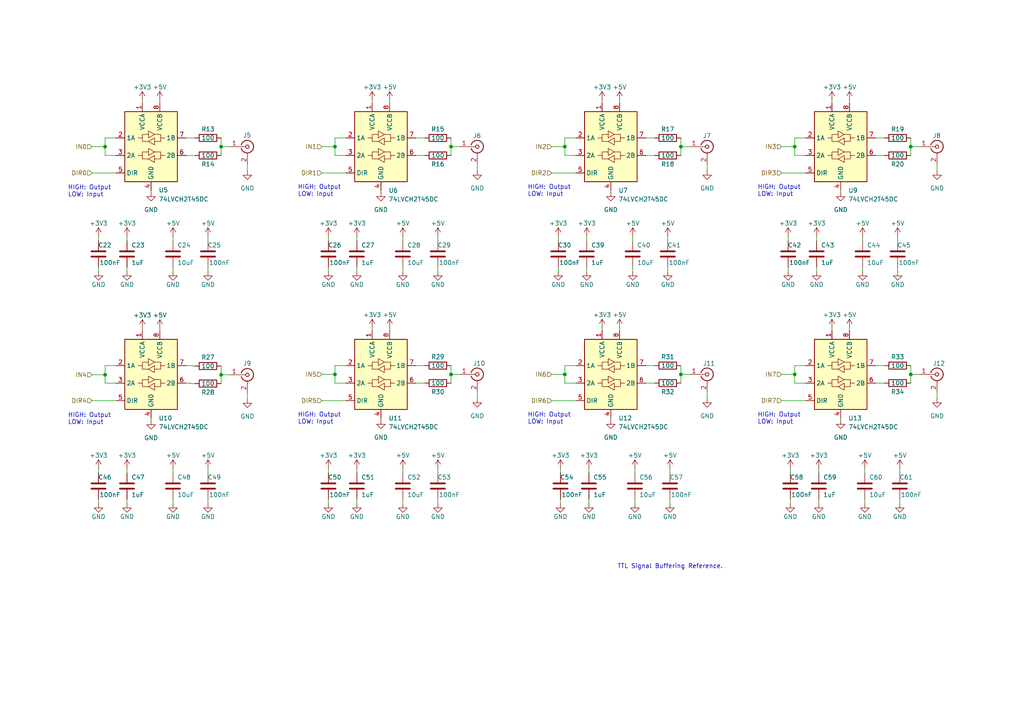
<source format=kicad_sch>
(kicad_sch (version 20230121) (generator eeschema)
  (paper "A4")
  (junction (at 64.135 42.545))
  (junction (at 264.16 108.585))
  (junction (at 197.485 42.545))
  (junction (at 163.83 42.545))
  (junction (at 97.155 108.585))
  (junction (at 230.505 108.585))
  (junction (at 30.48 42.545))
  (junction (at 30.48 108.712))
  (junction (at 197.485 108.585))
  (junction (at 97.155 42.545))
  (junction (at 130.81 42.545))
  (junction (at 163.83 108.585))
  (junction (at 64.135 108.712))
  (junction (at 264.16 42.545))
  (junction (at 130.81 108.585))
  (junction (at 230.505 42.545))
  (wire (pts (xy 260.35 77.47) (xy 260.35 78.74)))
  (wire (pts (xy 55.88 106.045) (xy 55.88 106.172)))
  (wire (pts (xy 113.03 29.083) (xy 113.03 29.845)))
  (wire (pts (xy 120.65 111.125) (xy 123.19 111.125)))
  (wire (pts (xy 110.49 121.285) (xy 110.49 121.793)))
  (wire (pts (xy 163.83 40.005) (xy 163.83 42.545)))
  (wire (pts (xy 170.815 144.78) (xy 170.815 146.05)))
  (wire (pts (xy 243.84 121.285) (xy 243.84 121.793)))
  (wire (pts (xy 174.625 95.123) (xy 174.625 95.885)))
  (wire (pts (xy 60.325 77.47) (xy 60.325 78.74)))
  (wire (pts (xy 110.49 55.245) (xy 110.49 55.753)))
  (wire (pts (xy 60.325 135.89) (xy 60.325 137.16)))
  (wire (pts (xy 30.48 108.712) (xy 30.48 111.125)))
  (wire (pts (xy 170.815 135.89) (xy 170.815 137.16)))
  (wire (pts (xy 160.02 116.205) (xy 167.005 116.205)))
  (wire (pts (xy 130.81 108.585) (xy 130.81 111.125)))
  (wire (pts (xy 130.81 106.045) (xy 130.81 108.585)))
  (wire (pts (xy 228.6 68.58) (xy 228.6 69.85)))
  (wire (pts (xy 170.18 68.58) (xy 170.18 69.85)))
  (wire (pts (xy 100.33 40.005) (xy 97.155 40.005)))
  (wire (pts (xy 127 144.78) (xy 127 146.05)))
  (wire (pts (xy 30.48 45.085) (xy 33.655 45.085)))
  (wire (pts (xy 236.855 68.58) (xy 236.855 69.85)))
  (wire (pts (xy 116.84 68.58) (xy 116.84 69.85)))
  (wire (pts (xy 229.235 144.78) (xy 229.235 146.05)))
  (wire (pts (xy 93.345 108.585) (xy 97.155 108.585)))
  (wire (pts (xy 33.655 40.005) (xy 30.48 40.005)))
  (wire (pts (xy 183.515 68.58) (xy 183.515 69.85)))
  (wire (pts (xy 103.505 135.89) (xy 103.505 137.16)))
  (wire (pts (xy 120.65 45.085) (xy 123.19 45.085)))
  (wire (pts (xy 254 45.085) (xy 256.54 45.085)))
  (wire (pts (xy 127 77.47) (xy 127 78.74)))
  (wire (pts (xy 50.165 77.47) (xy 50.165 78.74)))
  (wire (pts (xy 187.325 40.005) (xy 189.865 40.005)))
  (wire (pts (xy 237.49 144.78) (xy 237.49 146.05)))
  (wire (pts (xy 130.81 40.005) (xy 130.81 42.545)))
  (wire (pts (xy 71.755 47.625) (xy 71.755 49.53)))
  (wire (pts (xy 55.245 111.252) (xy 56.515 111.252)))
  (wire (pts (xy 197.485 40.005) (xy 197.485 42.545)))
  (wire (pts (xy 93.345 42.545) (xy 97.155 42.545)))
  (wire (pts (xy 243.84 55.245) (xy 243.84 55.753)))
  (wire (pts (xy 230.505 108.585) (xy 230.505 111.125)))
  (wire (pts (xy 53.975 40.005) (xy 56.515 40.005)))
  (wire (pts (xy 241.3 95.123) (xy 241.3 95.885)))
  (wire (pts (xy 53.975 45.085) (xy 56.515 45.085)))
  (wire (pts (xy 226.695 50.165) (xy 233.68 50.165)))
  (wire (pts (xy 95.25 68.58) (xy 95.25 69.85)))
  (wire (pts (xy 230.505 106.045) (xy 230.505 108.585)))
  (wire (pts (xy 55.245 111.125) (xy 55.245 111.252)))
  (wire (pts (xy 250.19 68.58) (xy 250.19 69.85)))
  (wire (pts (xy 187.325 111.125) (xy 189.865 111.125)))
  (wire (pts (xy 264.16 42.545) (xy 266.7 42.545)))
  (wire (pts (xy 170.18 77.47) (xy 170.18 78.74)))
  (wire (pts (xy 64.135 108.712) (xy 66.675 108.712)))
  (wire (pts (xy 161.925 68.58) (xy 161.925 69.85)))
  (wire (pts (xy 95.25 135.89) (xy 95.25 137.16)))
  (wire (pts (xy 53.975 111.125) (xy 55.245 111.125)))
  (wire (pts (xy 107.95 29.083) (xy 107.95 29.845)))
  (wire (pts (xy 229.235 135.89) (xy 229.235 137.16)))
  (wire (pts (xy 187.325 45.085) (xy 189.865 45.085)))
  (wire (pts (xy 197.485 108.585) (xy 200.025 108.585)))
  (wire (pts (xy 64.135 106.172) (xy 64.135 108.712)))
  (wire (pts (xy 41.275 29.083) (xy 41.275 29.845)))
  (wire (pts (xy 230.505 40.005) (xy 230.505 42.545)))
  (wire (pts (xy 250.19 77.47) (xy 250.19 78.74)))
  (wire (pts (xy 254 106.045) (xy 256.54 106.045)))
  (wire (pts (xy 97.155 111.125) (xy 100.33 111.125)))
  (wire (pts (xy 30.48 106.045) (xy 30.48 108.712)))
  (wire (pts (xy 177.165 55.245) (xy 177.165 55.753)))
  (wire (pts (xy 161.925 77.47) (xy 161.925 78.74)))
  (wire (pts (xy 28.575 77.47) (xy 28.575 78.74)))
  (wire (pts (xy 46.355 95.25) (xy 46.355 95.885)))
  (wire (pts (xy 264.16 108.585) (xy 264.16 111.125)))
  (wire (pts (xy 184.15 144.78) (xy 184.15 146.05)))
  (wire (pts (xy 177.165 121.285) (xy 177.165 121.793)))
  (wire (pts (xy 260.35 68.58) (xy 260.35 69.85)))
  (wire (pts (xy 36.83 77.47) (xy 36.83 78.74)))
  (wire (pts (xy 26.67 42.545) (xy 30.48 42.545)))
  (wire (pts (xy 167.005 40.005) (xy 163.83 40.005)))
  (wire (pts (xy 100.33 106.045) (xy 97.155 106.045)))
  (wire (pts (xy 205.105 113.665) (xy 205.105 115.57)))
  (wire (pts (xy 264.16 40.005) (xy 264.16 42.545)))
  (wire (pts (xy 26.67 50.165) (xy 33.655 50.165)))
  (wire (pts (xy 260.985 144.78) (xy 260.985 146.05)))
  (wire (pts (xy 130.81 42.545) (xy 133.35 42.545)))
  (wire (pts (xy 226.695 116.205) (xy 233.68 116.205)))
  (wire (pts (xy 95.25 77.47) (xy 95.25 78.74)))
  (wire (pts (xy 97.155 42.545) (xy 97.155 45.085)))
  (wire (pts (xy 167.005 106.045) (xy 163.83 106.045)))
  (wire (pts (xy 197.485 42.545) (xy 200.025 42.545)))
  (wire (pts (xy 120.65 40.005) (xy 123.19 40.005)))
  (wire (pts (xy 264.16 42.545) (xy 264.16 45.085)))
  (wire (pts (xy 179.705 95.123) (xy 179.705 95.885)))
  (wire (pts (xy 264.16 106.045) (xy 264.16 108.585)))
  (wire (pts (xy 97.155 45.085) (xy 100.33 45.085)))
  (wire (pts (xy 246.38 95.123) (xy 246.38 95.885)))
  (wire (pts (xy 36.83 135.89) (xy 36.83 137.16)))
  (wire (pts (xy 64.135 108.712) (xy 64.135 111.252)))
  (wire (pts (xy 233.68 106.045) (xy 230.505 106.045)))
  (wire (pts (xy 230.505 111.125) (xy 233.68 111.125)))
  (wire (pts (xy 162.56 144.78) (xy 162.56 146.05)))
  (wire (pts (xy 60.325 144.78) (xy 60.325 146.05)))
  (wire (pts (xy 95.25 144.78) (xy 95.25 146.05)))
  (wire (pts (xy 184.15 135.89) (xy 184.15 137.16)))
  (wire (pts (xy 116.84 77.47) (xy 116.84 78.74)))
  (wire (pts (xy 174.625 29.083) (xy 174.625 29.845)))
  (wire (pts (xy 116.84 144.78) (xy 116.84 146.05)))
  (wire (pts (xy 28.575 68.58) (xy 28.575 69.85)))
  (wire (pts (xy 103.505 77.47) (xy 103.505 78.74)))
  (wire (pts (xy 237.49 135.89) (xy 237.49 137.16)))
  (wire (pts (xy 71.755 113.792) (xy 71.755 115.697)))
  (wire (pts (xy 97.155 106.045) (xy 97.155 108.585)))
  (wire (pts (xy 28.575 144.78) (xy 28.575 146.05)))
  (wire (pts (xy 50.165 68.58) (xy 50.165 69.85)))
  (wire (pts (xy 138.43 113.665) (xy 138.43 115.57)))
  (wire (pts (xy 163.83 42.545) (xy 163.83 45.085)))
  (wire (pts (xy 64.135 42.545) (xy 66.675 42.545)))
  (wire (pts (xy 93.345 50.165) (xy 100.33 50.165)))
  (wire (pts (xy 163.83 108.585) (xy 163.83 111.125)))
  (wire (pts (xy 116.84 135.89) (xy 116.84 137.16)))
  (wire (pts (xy 30.48 111.125) (xy 33.655 111.125)))
  (wire (pts (xy 103.505 68.58) (xy 103.505 69.85)))
  (wire (pts (xy 254 111.125) (xy 256.54 111.125)))
  (wire (pts (xy 193.675 68.58) (xy 193.675 69.85)))
  (wire (pts (xy 197.485 108.585) (xy 197.485 111.125)))
  (wire (pts (xy 241.3 29.083) (xy 241.3 29.845)))
  (wire (pts (xy 250.825 144.78) (xy 250.825 146.05)))
  (wire (pts (xy 271.78 47.625) (xy 271.78 49.53)))
  (wire (pts (xy 228.6 77.47) (xy 228.6 78.74)))
  (wire (pts (xy 130.81 42.545) (xy 130.81 45.085)))
  (wire (pts (xy 64.135 40.005) (xy 64.135 42.545)))
  (wire (pts (xy 163.83 45.085) (xy 167.005 45.085)))
  (wire (pts (xy 226.695 108.585) (xy 230.505 108.585)))
  (wire (pts (xy 33.655 106.045) (xy 30.48 106.045)))
  (wire (pts (xy 53.975 106.045) (xy 55.88 106.045)))
  (wire (pts (xy 36.83 144.78) (xy 36.83 146.05)))
  (wire (pts (xy 250.825 135.89) (xy 250.825 137.16)))
  (wire (pts (xy 107.95 95.123) (xy 107.95 95.885)))
  (wire (pts (xy 127 135.89) (xy 127 137.16)))
  (wire (pts (xy 230.505 42.545) (xy 230.505 45.085)))
  (wire (pts (xy 60.325 68.58) (xy 60.325 69.85)))
  (wire (pts (xy 163.83 106.045) (xy 163.83 108.585)))
  (wire (pts (xy 271.78 113.665) (xy 271.78 115.57)))
  (wire (pts (xy 127 68.58) (xy 127 69.85)))
  (wire (pts (xy 226.695 42.545) (xy 230.505 42.545)))
  (wire (pts (xy 36.83 68.58) (xy 36.83 69.85)))
  (wire (pts (xy 193.675 77.47) (xy 193.675 78.74)))
  (wire (pts (xy 30.48 42.545) (xy 30.48 45.085)))
  (wire (pts (xy 43.815 121.285) (xy 43.815 121.92)))
  (wire (pts (xy 64.135 42.545) (xy 64.135 45.085)))
  (wire (pts (xy 197.485 42.545) (xy 197.485 45.085)))
  (wire (pts (xy 160.02 42.545) (xy 163.83 42.545)))
  (wire (pts (xy 120.65 106.045) (xy 123.19 106.045)))
  (wire (pts (xy 113.03 95.123) (xy 113.03 95.885)))
  (wire (pts (xy 46.355 29.083) (xy 46.355 29.845)))
  (wire (pts (xy 187.325 106.045) (xy 189.865 106.045)))
  (wire (pts (xy 30.48 40.005) (xy 30.48 42.545)))
  (wire (pts (xy 28.575 135.89) (xy 28.575 137.16)))
  (wire (pts (xy 50.165 135.89) (xy 50.165 137.16)))
  (wire (pts (xy 160.02 50.165) (xy 167.005 50.165)))
  (wire (pts (xy 97.155 40.005) (xy 97.155 42.545)))
  (wire (pts (xy 260.985 135.89) (xy 260.985 137.16)))
  (wire (pts (xy 179.705 29.083) (xy 179.705 29.845)))
  (wire (pts (xy 205.105 47.625) (xy 205.105 49.53)))
  (wire (pts (xy 194.31 144.78) (xy 194.31 146.05)))
  (wire (pts (xy 230.505 45.085) (xy 233.68 45.085)))
  (wire (pts (xy 233.68 40.005) (xy 230.505 40.005)))
  (wire (pts (xy 26.67 116.205) (xy 33.655 116.205)))
  (wire (pts (xy 163.83 111.125) (xy 167.005 111.125)))
  (wire (pts (xy 194.31 135.89) (xy 194.31 137.16)))
  (wire (pts (xy 246.38 29.083) (xy 246.38 29.845)))
  (wire (pts (xy 50.165 144.78) (xy 50.165 146.05)))
  (wire (pts (xy 183.515 77.47) (xy 183.515 78.74)))
  (wire (pts (xy 160.02 108.585) (xy 163.83 108.585)))
  (wire (pts (xy 236.855 77.47) (xy 236.855 78.74)))
  (wire (pts (xy 97.155 108.585) (xy 97.155 111.125)))
  (wire (pts (xy 41.275 95.25) (xy 41.275 95.885)))
  (wire (pts (xy 130.81 108.585) (xy 133.35 108.585)))
  (wire (pts (xy 197.485 106.045) (xy 197.485 108.585)))
  (wire (pts (xy 93.345 116.205) (xy 100.33 116.205)))
  (wire (pts (xy 43.815 55.245) (xy 43.815 55.753)))
  (wire (pts (xy 138.43 47.625) (xy 138.43 49.53)))
  (wire (pts (xy 264.16 108.585) (xy 266.7 108.585)))
  (wire (pts (xy 26.67 108.712) (xy 30.48 108.712)))
  (wire (pts (xy 55.88 106.172) (xy 56.515 106.172)))
  (wire (pts (xy 162.56 135.89) (xy 162.56 137.16)))
  (wire (pts (xy 254 40.005) (xy 256.54 40.005)))
  (wire (pts (xy 103.505 144.78) (xy 103.505 146.05)))
  (text "HIGH: Output\nLOW: Input" (at 19.685 123.317 0) (effects (font (size 1.27 1.27)) (justify left bottom)))
  (text "HIGH: Output\nLOW: Input" (at 153.035 57.15 0) (effects (font (size 1.27 1.27)) (justify left bottom)))
  (text "HIGH: Output\nLOW: Input" (at 19.685 57.277 0) (effects (font (size 1.27 1.27)) (justify left bottom)))
  (text "TTL Signal Buffering Reference." (at 179.07 165.1 0) (effects (font (size 1.27 1.27)) (justify left bottom)))
  (text "HIGH: Output\nLOW: Input" (at 86.36 57.15 0) (effects (font (size 1.27 1.27)) (justify left bottom)))
  (text "HIGH: Output\nLOW: Input" (at 86.36 123.19 0) (effects (font (size 1.27 1.27)) (justify left bottom)))
  (text "HIGH: Output\nLOW: Input" (at 219.71 123.19 0) (effects (font (size 1.27 1.27)) (justify left bottom)))
  (text "HIGH: Output\nLOW: Input" (at 153.035 123.19 0) (effects (font (size 1.27 1.27)) (justify left bottom)))
  (text "HIGH: Output\nLOW: Input" (at 219.71 57.15 0) (effects (font (size 1.27 1.27)) (justify left bottom)))
  (hierarchical_label "DIR1" (shape input) (at 93.345 50.165 180))
  (hierarchical_label "DIR4" (shape input) (at 26.67 116.205 180))
  (hierarchical_label "IN1" (shape input) (at 93.345 42.545 180))
  (hierarchical_label "DIR6" (shape input) (at 160.02 116.205 180))
  (hierarchical_label "IN3" (shape input) (at 226.695 42.545 180))
  (hierarchical_label "DIR5" (shape input) (at 93.345 116.205 180))
  (hierarchical_label "IN0" (shape input) (at 26.67 42.545 180))
  (hierarchical_label "IN4" (shape input) (at 26.67 108.712 180))
  (hierarchical_label "DIR2" (shape input) (at 160.02 50.165 180))
  (hierarchical_label "IN2" (shape input) (at 160.02 42.545 180))
  (hierarchical_label "DIR7" (shape input) (at 226.695 116.205 180))
  (hierarchical_label "IN5" (shape input) (at 93.345 108.585 180))
  (hierarchical_label "DIR0" (shape input) (at 26.67 50.165 180))
  (hierarchical_label "IN6" (shape input) (at 160.02 108.585 180))
  (hierarchical_label "IN7" (shape input) (at 226.695 108.585 180))
  (hierarchical_label "DIR3" (shape input) (at 226.695 50.165 180))
  (symbol (lib_id "power:+5V") (at 60.325 135.89 0) (unit 1)
    (property "Reference" "#PWR0134" (effects hide))
    (property "Value" "+5V" (at 60.325 132.08 0))
    (instances (project "ttl_io" (path "" (reference "#PWR0134") (unit 1))) (project "harp_lick_detector_capactive" (path "" (reference "#PWR0115") (unit 1))))
  )
  (symbol (lib_id "Device:C") (at 127 140.97 180) (unit 1)
    (property "Reference" "C53" (at 130.81 138.43 0) (effects (justify left)))
    (property "Value" "100nF" (at 133.35 143.51 0) (effects (justify left)))
    (property "Footprint" "Capacitor_SMD:C_0402_1005Metric" (effects hide))
    (property "Datasheet" "http://www.passivecomponent.com/wp-content/uploads/datasheet/WTC_MLCC_General_Purpose.pdf" (effects hide))
    (property "Link" "https://www.digikey.com/en/products/detail/walsin-technology-corporation/0402B104K160CT/6707534" (effects hide))
    (property "Manufacturer" "Walson Technology Corporation" (effects hide))
    (property "Manufacturer Number" "0402B104K160CT" (effects hide))
    (property "Rated Voltage" "16V" (effects hide))
    (property "Temperature Coefficient" "X7R" (effects hide))
    (property "Tolerance" "10%" (effects hide))
    (property "PCBWay Link" "https://www.pcbway.com/components/detail/0402B104K160CT/307171/" (effects hide))
    (instances (project "ttl_io" (path "" (reference "C53") (unit 1))) (project "harp_lick_detector_capactive" (path "" (reference "C19") (unit 1)) (path "" (reference "C55") (unit 1))))
  )
  (symbol (lib_id "Device:R") (at 60.325 111.252 90) (unit 1)
    (property "Reference" "R28" (at 60.325 113.792 90))
    (property "Value" "100" (at 60.325 111.252 90))
    (property "Footprint" "Resistor_SMD:R_0603_1608Metric_Pad0.98x0.95mm_HandSolder" (effects hide))
    (property "Datasheet" "https://www.yageo.com/upload/media/product/productsearch/datasheet/rchip/PYu-SR_20105_RoHS_L_10.pdf" (effects hide))
    (property "Link" "https://www.digikey.com/en/products/detail/yageo/SR0603FR-7T100RL/9373096" (effects hide))
    (property "Manufacturer" "Yageo" (effects hide))
    (property "Manufacturer Number" "SR0603FR-7T100RL" (effects hide))
    (property "Notes" "1/4W" (effects hide))
    (property "Tolerance" "1%" (effects hide))
    (instances (project "ttl_io" (path "" (reference "R28") (unit 1))) (project "harp_lick_detector_capactive" (path "" (reference "R31") (unit 1))))
  )
  (symbol (lib_id "power:+5V") (at 113.03 95.123 0) (unit 1)
    (property "Reference" "#PWR092" (effects hide))
    (property "Value" "+5V" (at 113.03 91.313 0))
    (instances (project "ttl_io" (path "" (reference "#PWR092") (unit 1))) (project "harp_lick_detector_capactive" (path "" (reference "#PWR0105") (unit 1)) (path "" (reference "#PWR0109") (unit 1)) (path "" (reference "#PWR098") (unit 1))))
  )
  (symbol (lib_id "power:+5V") (at 260.985 135.89 0) (unit 1)
    (property "Reference" "#PWR0158" (effects hide))
    (property "Value" "+5V" (at 260.985 132.08 0))
    (instances (project "ttl_io" (path "" (reference "#PWR0158") (unit 1))) (project "harp_lick_detector_capactive" (path "" (reference "#PWR0115") (unit 1))))
  )
  (symbol (lib_id "Device:C") (at 50.165 140.97 0) (unit 1)
    (property "Reference" "C48" (at 51.435 138.43 0) (effects (justify left)))
    (property "Value" "10uF" (at 51.435 143.51 0) (effects (justify left)))
    (property "Footprint" "Capacitor_SMD:C_0805_2012Metric" (effects hide))
    (property "Datasheet" "https://search.murata.co.jp/Ceramy/image/img/A01X/G101/ENG/GRM21BZ71E106KE15-01.pdf" (effects hide))
    (property "Link" "https://www.digikey.com/en/products/detail/murata-electronics/GRM21BZ71E106KE15L/13904911" (effects hide))
    (property "Manufacturer Number" "GRM21BZ71E106KE15L" (effects hide))
    (property "Rated Voltage" "25V" (effects hide))
    (property "Temperature Coefficient" "X7R" (effects hide))
    (property "Manufacturer" "Murata Electronics" (effects hide))
    (instances (project "ttl_io" (path "" (reference "C48") (unit 1))) (project "harp_lick_detector_capactive" (path "" (reference "C39") (unit 1))))
  )
  (symbol (lib_id "Device:C") (at 184.15 140.97 0) (unit 1)
    (property "Reference" "C56" (at 185.42 138.43 0) (effects (justify left)))
    (property "Value" "10uF" (at 185.42 143.51 0) (effects (justify left)))
    (property "Footprint" "Capacitor_SMD:C_0805_2012Metric" (effects hide))
    (property "Datasheet" "https://search.murata.co.jp/Ceramy/image/img/A01X/G101/ENG/GRM21BZ71E106KE15-01.pdf" (effects hide))
    (property "Link" "https://www.digikey.com/en/products/detail/murata-electronics/GRM21BZ71E106KE15L/13904911" (effects hide))
    (property "Manufacturer Number" "GRM21BZ71E106KE15L" (effects hide))
    (property "Rated Voltage" "25V" (effects hide))
    (property "Temperature Coefficient" "X7R" (effects hide))
    (property "Manufacturer" "Murata Electronics" (effects hide))
    (instances (project "ttl_io" (path "" (reference "C56") (unit 1))) (project "harp_lick_detector_capactive" (path "" (reference "C39") (unit 1))))
  )
  (symbol (lib_id "power:+3.3V") (at 95.25 68.58 0) (unit 1)
    (property "Reference" "#PWR0104" (effects hide))
    (property "Value" "+3.3V" (at 95.25 64.77 0))
    (instances (project "ttl_io" (path "" (reference "#PWR0104") (unit 1))) (project "harp_lick_detector_capactive" (path "" (reference "#PWR0104") (unit 1)) (path "" (reference "#PWR0107") (unit 1)) (path "" (reference "#PWR0112") (unit 1))))
  )
  (symbol (lib_id "power:+3.3V") (at 28.575 68.58 0) (unit 1)
    (property "Reference" "#PWR048" (effects hide))
    (property "Value" "+3.3V" (at 28.575 64.77 0))
    (instances (project "ttl_io" (path "" (reference "#PWR048") (unit 1))) (project "harp_lick_detector_capactive" (path "" (reference "#PWR0104") (unit 1)) (path "" (reference "#PWR0107") (unit 1)) (path "" (reference "#PWR0112") (unit 1))))
  )
  (symbol (lib_id "Device:C") (at 250.19 73.66 0) (unit 1)
    (property "Reference" "C44" (at 251.46 71.12 0) (effects (justify left)))
    (property "Value" "10uF" (at 251.46 76.2 0) (effects (justify left)))
    (property "Footprint" "Capacitor_SMD:C_0805_2012Metric" (effects hide))
    (property "Datasheet" "https://search.murata.co.jp/Ceramy/image/img/A01X/G101/ENG/GRM21BZ71E106KE15-01.pdf" (effects hide))
    (property "Link" "https://www.digikey.com/en/products/detail/murata-electronics/GRM21BZ71E106KE15L/13904911" (effects hide))
    (property "Manufacturer Number" "GRM21BZ71E106KE15L" (effects hide))
    (property "Rated Voltage" "25V" (effects hide))
    (property "Temperature Coefficient" "X7R" (effects hide))
    (property "Manufacturer" "Murata Electronics" (effects hide))
    (instances (project "ttl_io" (path "" (reference "C44") (unit 1))) (project "harp_lick_detector_capactive" (path "" (reference "C39") (unit 1))))
  )
  (symbol (lib_id "Device:R") (at 193.675 106.045 90) (unit 1)
    (property "Reference" "R31" (at 193.675 103.505 90))
    (property "Value" "100" (at 193.675 106.045 90))
    (property "Footprint" "Resistor_SMD:R_0603_1608Metric_Pad0.98x0.95mm_HandSolder" (effects hide))
    (property "Datasheet" "https://www.yageo.com/upload/media/product/productsearch/datasheet/rchip/PYu-SR_20105_RoHS_L_10.pdf" (effects hide))
    (property "Link" "https://www.digikey.com/en/products/detail/yageo/SR0603FR-7T100RL/9373096" (effects hide))
    (property "Manufacturer" "Yageo" (effects hide))
    (property "Manufacturer Number" "SR0603FR-7T100RL" (effects hide))
    (property "Notes" "1/4W" (effects hide))
    (property "Tolerance" "1%" (effects hide))
    (instances (project "ttl_io" (path "" (reference "R31") (unit 1))) (project "harp_lick_detector_capactive" (path "" (reference "R30") (unit 1))))
  )
  (symbol (lib_id "power:+5V") (at 60.325 68.58 0) (unit 1)
    (property "Reference" "#PWR057" (effects hide))
    (property "Value" "+5V" (at 60.325 64.77 0))
    (instances (project "ttl_io" (path "" (reference "#PWR057") (unit 1))) (project "harp_lick_detector_capactive" (path "" (reference "#PWR0115") (unit 1))))
  )
  (symbol (lib_id "power:+3.3V") (at 103.505 135.89 0) (unit 1)
    (property "Reference" "#PWR0138" (effects hide))
    (property "Value" "+3.3V" (at 103.505 132.08 0))
    (instances (project "ttl_io" (path "" (reference "#PWR0138") (unit 1))) (project "harp_lick_detector_capactive" (path "" (reference "#PWR0104") (unit 1)) (path "" (reference "#PWR0107") (unit 1)) (path "" (reference "#PWR0102") (unit 1))))
  )
  (symbol (lib_id "Device:C") (at 36.83 73.66 0) (unit 1)
    (property "Reference" "C23" (at 38.1 71.12 0) (effects (justify left)))
    (property "Value" "1uF" (at 38.1 76.2 0) (effects (justify left)))
    (property "Footprint" "Capacitor_SMD:C_0402_1005Metric" (effects hide))
    (property "Datasheet" "https://search.murata.co.jp/Ceramy/image/img/A01X/G101/ENG/GRM155R6YA105KE11-01.pdf" (effects hide))
    (property "Notes" "must not be polarized" (effects hide))
    (property "Link" "https://www.digikey.com/en/products/detail/murata-electronics/GRM155R6YA105KE11J/4905163" (effects hide))
    (property "Manufacturer Number" "GRM155R6YA105KE11J" (effects hide))
    (property "Manufacturer" "Murata Electronics" (effects hide))
    (property "Rated Voltage" "35V" (effects hide))
    (property "Temperature Coefficient" "X5R" (effects hide))
    (instances (project "ttl_io" (path "" (reference "C23") (unit 1))) (project "harp_lick_detector_capactive" (path "" (reference "C9") (unit 1)) (path "" (reference "C29") (unit 1)) (path "" (reference "C53") (unit 1))))
  )
  (symbol (lib_id "Device:C") (at 28.575 73.66 180) (unit 1)
    (property "Reference" "C22" (at 32.385 71.12 0) (effects (justify left)))
    (property "Value" "100nF" (at 34.925 76.2 0) (effects (justify left)))
    (property "Footprint" "Capacitor_SMD:C_0402_1005Metric" (effects hide))
    (property "Datasheet" "http://www.passivecomponent.com/wp-content/uploads/datasheet/WTC_MLCC_General_Purpose.pdf" (effects hide))
    (property "Link" "https://www.digikey.com/en/products/detail/walsin-technology-corporation/0402B104K160CT/6707534" (effects hide))
    (property "Manufacturer" "Walson Technology Corporation" (effects hide))
    (property "Manufacturer Number" "0402B104K160CT" (effects hide))
    (property "Rated Voltage" "16V" (effects hide))
    (property "Temperature Coefficient" "X7R" (effects hide))
    (property "Tolerance" "10%" (effects hide))
    (property "PCBWay Link" "https://www.pcbway.com/components/detail/0402B104K160CT/307171/" (effects hide))
    (instances (project "ttl_io" (path "" (reference "C22") (unit 1))) (project "harp_lick_detector_capactive" (path "" (reference "C19") (unit 1)) (path "" (reference "C54") (unit 1))))
  )
  (symbol (lib_id "power:+3.3V") (at 174.625 95.123 0) (unit 1)
    (property "Reference" "#PWR095" (effects hide))
    (property "Value" "+3.3V" (at 174.625 91.313 0))
    (instances (project "ttl_io" (path "" (reference "#PWR095") (unit 1))) (project "harp_lick_detector_capactive" (path "" (reference "#PWR0104") (unit 1)) (path "" (reference "#PWR0107") (unit 1)) (path "" (reference "#PWR097") (unit 1))))
  )
  (symbol (lib_id "power:GND") (at 127 146.05 0) (unit 1)
    (property "Reference" "#PWR0143" (effects hide))
    (property "Value" "GND" (at 127 149.86 0))
    (instances (project "ttl_io" (path "" (reference "#PWR0143") (unit 1))) (project "harp_lick_detector_capactive" (path "" (reference "#PWR0114") (unit 1))))
  )
  (symbol (lib_id "power:GND") (at 103.505 146.05 0) (unit 1)
    (property "Reference" "#PWR0139" (effects hide))
    (property "Value" "GND" (at 103.505 149.86 0))
    (instances (project "ttl_io" (path "" (reference "#PWR0139") (unit 1))) (project "harp_lick_detector_capactive" (path "" (reference "#PWR081") (unit 1))))
  )
  (symbol (lib_id "Connector:Conn_Coaxial") (at 271.78 108.585 0) (unit 1)
    (property "Reference" "J12" (at 270.51 105.41 0) (effects (justify left)))
    (property "Value" "Conn_Coaxial" (effects hide))
    (property "Footprint" "kicad_component_library:BNC_TEConnectivity_CONBNC001_Vertical" (effects hide))
    (property "Datasheet" "https://www.te.com/commerce/DocumentDelivery/DDEController?Action=srchrtrv&DocNm=CONBNC001&DocType=Data+Sheet&DocLang=English&DocFormat=pdf&PartCntxt=CONBNC001" (effects hide))
    (property "Link" "https://www.digikey.com/en/products/detail/te-connectivity-linx/CONBNC001/16013844?" (effects hide))
    (property "Manufacturer" " TE Connectivity Linx" (effects hide))
    (property "Manufacturer Number" "CONBNC001" (effects hide))
    (instances (project "ttl_io" (path "" (reference "J12") (unit 1))) (project "harp_lick_detector_capactive" (path "" (reference "J7") (unit 1))))
  )
  (symbol (lib_id "power:+3.3V") (at 41.275 95.25 0) (unit 1)
    (property "Reference" "#PWR085" (effects hide))
    (property "Value" "+3.3V" (at 41.275 91.44 0))
    (instances (project "ttl_io" (path "" (reference "#PWR085") (unit 1))) (project "harp_lick_detector_capactive" (path "" (reference "#PWR0104") (unit 1)) (path "" (reference "#PWR0107") (unit 1)) (path "" (reference "#PWR097") (unit 1))))
  )
  (symbol (lib_id "power:GND") (at 138.43 49.53 0) (unit 1)
    (property "Reference" "#PWR067" (effects hide))
    (property "Value" "GND" (at 138.43 54.61 0))
    (instances (project "ttl_io" (path "" (reference "#PWR067") (unit 1))) (project "harp_lick_detector_capactive" (path "" (reference "#PWR099") (unit 1))))
  )
  (symbol (lib_id "power:GND") (at 250.825 146.05 0) (unit 1)
    (property "Reference" "#PWR0157" (effects hide))
    (property "Value" "GND" (at 250.825 149.86 0))
    (instances (project "ttl_io" (path "" (reference "#PWR0157") (unit 1))) (project "harp_lick_detector_capactive" (path "" (reference "#PWR083") (unit 1))))
  )
  (symbol (lib_id "power:+3.3V") (at 41.275 29.083 0) (unit 1)
    (property "Reference" "#PWR050" (effects hide))
    (property "Value" "+3.3V" (at 41.275 25.273 0))
    (instances (project "ttl_io" (path "" (reference "#PWR050") (unit 1))) (project "harp_lick_detector_capactive" (path "" (reference "#PWR0104") (unit 1)) (path "" (reference "#PWR0107") (unit 1)) (path "" (reference "#PWR097") (unit 1))))
  )
  (symbol (lib_id "Device:R") (at 60.325 45.085 90) (unit 1)
    (property "Reference" "R14" (at 60.325 47.625 90))
    (property "Value" "100" (at 60.325 45.085 90))
    (property "Footprint" "Resistor_SMD:R_0603_1608Metric_Pad0.98x0.95mm_HandSolder" (effects hide))
    (property "Datasheet" "https://www.yageo.com/upload/media/product/productsearch/datasheet/rchip/PYu-SR_20105_RoHS_L_10.pdf" (effects hide))
    (property "Link" "https://www.digikey.com/en/products/detail/yageo/SR0603FR-7T100RL/9373096" (effects hide))
    (property "Manufacturer" "Yageo" (effects hide))
    (property "Manufacturer Number" "SR0603FR-7T100RL" (effects hide))
    (property "Notes" "1/4W" (effects hide))
    (property "Tolerance" "1%" (effects hide))
    (instances (project "ttl_io" (path "" (reference "R14") (unit 1))) (project "harp_lick_detector_capactive" (path "" (reference "R31") (unit 1))))
  )
  (symbol (lib_id "Device:C") (at 170.18 73.66 0) (unit 1)
    (property "Reference" "C39" (at 171.45 71.12 0) (effects (justify left)))
    (property "Value" "1uF" (at 171.45 76.2 0) (effects (justify left)))
    (property "Footprint" "Capacitor_SMD:C_0402_1005Metric" (effects hide))
    (property "Datasheet" "https://search.murata.co.jp/Ceramy/image/img/A01X/G101/ENG/GRM155R6YA105KE11-01.pdf" (effects hide))
    (property "Notes" "must not be polarized" (effects hide))
    (property "Link" "https://www.digikey.com/en/products/detail/murata-electronics/GRM155R6YA105KE11J/4905163" (effects hide))
    (property "Manufacturer Number" "GRM155R6YA105KE11J" (effects hide))
    (property "Manufacturer" "Murata Electronics" (effects hide))
    (property "Rated Voltage" "35V" (effects hide))
    (property "Temperature Coefficient" "X5R" (effects hide))
    (instances (project "ttl_io" (path "" (reference "C39") (unit 1))) (project "harp_lick_detector_capactive" (path "" (reference "C9") (unit 1)) (path "" (reference "C29") (unit 1)) (path "" (reference "C53") (unit 1))))
  )
  (symbol (lib_id "Device:R") (at 193.675 40.005 90) (unit 1)
    (property "Reference" "R17" (at 193.675 37.465 90))
    (property "Value" "100" (at 193.675 40.005 90))
    (property "Footprint" "Resistor_SMD:R_0603_1608Metric_Pad0.98x0.95mm_HandSolder" (effects hide))
    (property "Datasheet" "https://www.yageo.com/upload/media/product/productsearch/datasheet/rchip/PYu-SR_20105_RoHS_L_10.pdf" (effects hide))
    (property "Link" "https://www.digikey.com/en/products/detail/yageo/SR0603FR-7T100RL/9373096" (effects hide))
    (property "Manufacturer" "Yageo" (effects hide))
    (property "Manufacturer Number" "SR0603FR-7T100RL" (effects hide))
    (property "Notes" "1/4W" (effects hide))
    (property "Tolerance" "1%" (effects hide))
    (instances (project "ttl_io" (path "" (reference "R17") (unit 1))) (project "harp_lick_detector_capactive" (path "" (reference "R30") (unit 1))))
  )
  (symbol (lib_id "power:GND") (at 116.84 146.05 0) (unit 1)
    (property "Reference" "#PWR0141" (effects hide))
    (property "Value" "GND" (at 116.84 149.86 0))
    (instances (project "ttl_io" (path "" (reference "#PWR0141") (unit 1))) (project "harp_lick_detector_capactive" (path "" (reference "#PWR083") (unit 1))))
  )
  (symbol (lib_id "power:GND") (at 161.925 78.74 0) (unit 1)
    (property "Reference" "#PWR0113" (effects hide))
    (property "Value" "GND" (at 161.925 82.55 0))
  )
  (symbol (lib_id "Device:C") (at 127 73.66 180) (unit 1)
    (property "Reference" "C29" (at 130.81 71.12 0) (effects (justify left)))
    (property "Value" "100nF" (at 133.35 76.2 0) (effects (justify left)))
    (property "Footprint" "Capacitor_SMD:C_0402_1005Metric" (effects hide))
    (property "Datasheet" "http://www.passivecomponent.com/wp-content/uploads/datasheet/WTC_MLCC_General_Purpose.pdf" (effects hide))
    (property "Link" "https://www.digikey.com/en/products/detail/walsin-technology-corporation/0402B104K160CT/6707534" (effects hide))
    (property "Manufacturer" "Walson Technology Corporation" (effects hide))
    (property "Manufacturer Number" "0402B104K160CT" (effects hide))
    (property "Rated Voltage" "16V" (effects hide))
    (property "Temperature Coefficient" "X7R" (effects hide))
    (property "Tolerance" "10%" (effects hide))
    (property "PCBWay Link" "https://www.pcbway.com/components/detail/0402B104K160CT/307171/" (effects hide))
    (instances (project "ttl_io" (path "" (reference "C29") (unit 1))) (project "harp_lick_detector_capactive" (path "" (reference "C19") (unit 1)) (path "" (reference "C55") (unit 1))))
  )
  (symbol (lib_id "Connector:Conn_Coaxial") (at 138.43 42.545 0) (unit 1)
    (property "Reference" "J6" (at 137.16 39.37 0) (effects (justify left)))
    (property "Value" "Conn_Coaxial" (effects hide))
    (property "Footprint" "kicad_component_library:BNC_TEConnectivity_CONBNC001_Vertical" (effects hide))
    (property "Datasheet" "https://www.te.com/commerce/DocumentDelivery/DDEController?Action=srchrtrv&DocNm=CONBNC001&DocType=Data+Sheet&DocLang=English&DocFormat=pdf&PartCntxt=CONBNC001" (effects hide))
    (property "Link" "https://www.digikey.com/en/products/detail/te-connectivity-linx/CONBNC001/16013844?" (effects hide))
    (property "Manufacturer" " TE Connectivity Linx" (effects hide))
    (property "Manufacturer Number" "CONBNC001" (effects hide))
    (instances (project "ttl_io" (path "" (reference "J6") (unit 1))) (project "harp_lick_detector_capactive" (path "" (reference "J7") (unit 1))))
  )
  (symbol (lib_id "power:GND") (at 183.515 78.74 0) (unit 1)
    (property "Reference" "#PWR0117" (effects hide))
    (property "Value" "GND" (at 183.515 82.55 0))
    (instances (project "ttl_io" (path "" (reference "#PWR0117") (unit 1))) (project "harp_lick_detector_capactive" (path "" (reference "#PWR083") (unit 1))))
  )
  (symbol (lib_id "power:GND") (at 177.165 55.753 0) (unit 1)
    (property "Reference" "#PWR070" (effects hide))
    (property "Value" "GND" (at 177.165 60.833 0))
    (instances (project "ttl_io" (path "" (reference "#PWR070") (unit 1))) (project "harp_lick_detector_capactive" (path "" (reference "#PWR099") (unit 1))))
  )
  (symbol (lib_id "Device:R") (at 127 45.085 90) (unit 1)
    (property "Reference" "R16" (at 127 47.625 90))
    (property "Value" "100" (at 127 45.085 90))
    (property "Footprint" "Resistor_SMD:R_0603_1608Metric_Pad0.98x0.95mm_HandSolder" (effects hide))
    (property "Datasheet" "https://www.yageo.com/upload/media/product/productsearch/datasheet/rchip/PYu-SR_20105_RoHS_L_10.pdf" (effects hide))
    (property "Link" "https://www.digikey.com/en/products/detail/yageo/SR0603FR-7T100RL/9373096" (effects hide))
    (property "Manufacturer" "Yageo" (effects hide))
    (property "Manufacturer Number" "SR0603FR-7T100RL" (effects hide))
    (property "Notes" "1/4W" (effects hide))
    (property "Tolerance" "1%" (effects hide))
    (instances (project "ttl_io" (path "" (reference "R16") (unit 1))) (project "harp_lick_detector_capactive" (path "" (reference "R31") (unit 1))))
  )
  (symbol (lib_id "power:GND") (at 71.755 115.697 0) (unit 1)
    (property "Reference" "#PWR088" (effects hide))
    (property "Value" "GND" (at 71.755 120.777 0))
    (instances (project "ttl_io" (path "" (reference "#PWR088") (unit 1))) (project "harp_lick_detector_capactive" (path "" (reference "#PWR099") (unit 1))))
  )
  (symbol (lib_id "power:+5V") (at 250.825 135.89 0) (unit 1)
    (property "Reference" "#PWR0156" (effects hide))
    (property "Value" "+5V" (at 250.825 132.08 0))
    (instances (project "ttl_io" (path "" (reference "#PWR0156") (unit 1))) (project "harp_lick_detector_capactive" (path "" (reference "#PWR082") (unit 1))))
  )
  (symbol (lib_id "Connector:Conn_Coaxial") (at 205.105 42.545 0) (unit 1)
    (property "Reference" "J7" (at 203.835 39.37 0) (effects (justify left)))
    (property "Value" "Conn_Coaxial" (effects hide))
    (property "Footprint" "kicad_component_library:BNC_TEConnectivity_CONBNC001_Vertical" (effects hide))
    (property "Datasheet" "https://www.te.com/commerce/DocumentDelivery/DDEController?Action=srchrtrv&DocNm=CONBNC001&DocType=Data+Sheet&DocLang=English&DocFormat=pdf&PartCntxt=CONBNC001" (effects hide))
    (property "Link" "https://www.digikey.com/en/products/detail/te-connectivity-linx/CONBNC001/16013844?" (effects hide))
    (property "Manufacturer" " TE Connectivity Linx" (effects hide))
    (property "Manufacturer Number" "CONBNC001" (effects hide))
  )
  (symbol (lib_id "power:+5V") (at 50.165 68.58 0) (unit 1)
    (property "Reference" "#PWR055" (effects hide))
    (property "Value" "+5V" (at 50.165 64.77 0))
    (instances (project "ttl_io" (path "" (reference "#PWR055") (unit 1))) (project "harp_lick_detector_capactive" (path "" (reference "#PWR082") (unit 1))))
  )
  (symbol (lib_id "Device:R") (at 60.325 106.172 90) (unit 1)
    (property "Reference" "R27" (at 60.325 103.632 90))
    (property "Value" "100" (at 60.325 106.172 90))
    (property "Footprint" "Resistor_SMD:R_0603_1608Metric_Pad0.98x0.95mm_HandSolder" (effects hide))
    (property "Datasheet" "https://www.yageo.com/upload/media/product/productsearch/datasheet/rchip/PYu-SR_20105_RoHS_L_10.pdf" (effects hide))
    (property "Link" "https://www.digikey.com/en/products/detail/yageo/SR0603FR-7T100RL/9373096" (effects hide))
    (property "Manufacturer" "Yageo" (effects hide))
    (property "Manufacturer Number" "SR0603FR-7T100RL" (effects hide))
    (property "Notes" "1/4W" (effects hide))
    (property "Tolerance" "1%" (effects hide))
    (instances (project "ttl_io" (path "" (reference "R27") (unit 1))) (project "harp_lick_detector_capactive" (path "" (reference "R30") (unit 1))))
  )
  (symbol (lib_id "power:+3.3V") (at 107.95 95.123 0) (unit 1)
    (property "Reference" "#PWR090" (effects hide))
    (property "Value" "+3.3V" (at 107.95 91.313 0))
    (instances (project "ttl_io" (path "" (reference "#PWR090") (unit 1))) (project "harp_lick_detector_capactive" (path "" (reference "#PWR0104") (unit 1)) (path "" (reference "#PWR0107") (unit 1)) (path "" (reference "#PWR097") (unit 1))))
  )
  (symbol (lib_id "Device:R") (at 127 106.045 90) (unit 1)
    (property "Reference" "R29" (at 127 103.505 90))
    (property "Value" "100" (at 127 106.045 90))
    (property "Footprint" "Resistor_SMD:R_0603_1608Metric_Pad0.98x0.95mm_HandSolder" (effects hide))
    (property "Datasheet" "https://www.yageo.com/upload/media/product/productsearch/datasheet/rchip/PYu-SR_20105_RoHS_L_10.pdf" (effects hide))
    (property "Link" "https://www.digikey.com/en/products/detail/yageo/SR0603FR-7T100RL/9373096" (effects hide))
    (property "Manufacturer" "Yageo" (effects hide))
    (property "Manufacturer Number" "SR0603FR-7T100RL" (effects hide))
    (property "Notes" "1/4W" (effects hide))
    (property "Tolerance" "1%" (effects hide))
    (instances (project "ttl_io" (path "" (reference "R29") (unit 1))) (project "harp_lick_detector_capactive" (path "" (reference "R30") (unit 1))))
  )
  (symbol (lib_id "Device:C") (at 250.825 140.97 0) (unit 1)
    (property "Reference" "C60" (at 252.095 138.43 0) (effects (justify left)))
    (property "Value" "10uF" (at 252.095 143.51 0) (effects (justify left)))
    (property "Footprint" "Capacitor_SMD:C_0805_2012Metric" (effects hide))
    (property "Datasheet" "https://search.murata.co.jp/Ceramy/image/img/A01X/G101/ENG/GRM21BZ71E106KE15-01.pdf" (effects hide))
    (property "Link" "https://www.digikey.com/en/products/detail/murata-electronics/GRM21BZ71E106KE15L/13904911" (effects hide))
    (property "Manufacturer Number" "GRM21BZ71E106KE15L" (effects hide))
    (property "Rated Voltage" "25V" (effects hide))
    (property "Temperature Coefficient" "X7R" (effects hide))
    (property "Manufacturer" "Murata Electronics" (effects hide))
    (instances (project "ttl_io" (path "" (reference "C60") (unit 1))) (project "harp_lick_detector_capactive" (path "" (reference "C39") (unit 1))))
  )
  (symbol (lib_id "power:+5V") (at 127 135.89 0) (unit 1)
    (property "Reference" "#PWR0142" (effects hide))
    (property "Value" "+5V" (at 127 132.08 0))
    (instances (project "ttl_io" (path "" (reference "#PWR0142") (unit 1))) (project "harp_lick_detector_capactive" (path "" (reference "#PWR0115") (unit 1))))
  )
  (symbol (lib_id "Logic_LevelTranslator:74LVCH2T45DC") (at 110.49 42.545 0) (unit 1)
    (property "Reference" "U6" (at 112.6841 55.245 0) (effects (justify left)))
    (property "Value" "74LVCH2T45DC" (at 112.6841 57.785 0) (effects (justify left)))
    (property "Footprint" "Package_SO:VSSOP-8_2.3x2mm_P0.5mm" (effects hide))
    (property "Datasheet" "https://assets.nexperia.com/documents/data-sheet/74LVC_LVCH2T45.pdf" (effects hide))
    (property "Link" "https://www.digikey.com/en/products/detail/nexperia-usa-inc/74LVCH2T45DC-125/2530613" (effects hide))
    (property "Manufacturer" "Nexperia USA Inc." (effects hide))
    (property "Manufacturer Number" "74LVCH2T45DC,125" (effects hide))
    (instances (project "ttl_io" (path "" (reference "U6") (unit 1))) (project "harp_lick_detector_capactive" (path "" (reference "U1") (unit 1))))
  )
  (symbol (lib_id "Logic_LevelTranslator:74LVCH2T45DC") (at 243.84 108.585 0) (unit 1)
    (property "Reference" "U13" (at 246.0341 121.285 0) (effects (justify left)))
    (property "Value" "74LVCH2T45DC" (at 246.0341 123.825 0) (effects (justify left)))
    (property "Footprint" "Package_SO:VSSOP-8_2.3x2mm_P0.5mm" (effects hide))
    (property "Datasheet" "https://assets.nexperia.com/documents/data-sheet/74LVC_LVCH2T45.pdf" (effects hide))
    (property "Link" "https://www.digikey.com/en/products/detail/nexperia-usa-inc/74LVCH2T45DC-125/2530613" (effects hide))
    (property "Manufacturer" "Nexperia USA Inc." (effects hide))
    (property "Manufacturer Number" "74LVCH2T45DC,125" (effects hide))
    (instances (project "ttl_io" (path "" (reference "U13") (unit 1))) (project "harp_lick_detector_capactive" (path "" (reference "U1") (unit 1))))
  )
  (symbol (lib_id "power:+3.3V") (at 36.83 135.89 0) (unit 1)
    (property "Reference" "#PWR0130" (effects hide))
    (property "Value" "+3.3V" (at 36.83 132.08 0))
    (instances (project "ttl_io" (path "" (reference "#PWR0130") (unit 1))) (project "harp_lick_detector_capactive" (path "" (reference "#PWR0104") (unit 1)) (path "" (reference "#PWR0107") (unit 1)) (path "" (reference "#PWR0102") (unit 1))))
  )
  (symbol (lib_id "power:GND") (at 228.6 78.74 0) (unit 1)
    (property "Reference" "#PWR0121" (effects hide))
    (property "Value" "GND" (at 228.6 82.55 0))
    (instances (project "ttl_io" (path "" (reference "#PWR0121") (unit 1))) (project "harp_lick_detector_capactive" (path "" (reference "#PWR0113") (unit 1))))
  )
  (symbol (lib_id "power:+3.3V") (at 174.625 29.083 0) (unit 1)
    (property "Reference" "#PWR069" (effects hide))
    (property "Value" "+3.3V" (at 174.625 25.273 0))
    (instances (project "ttl_io" (path "" (reference "#PWR069") (unit 1))) (project "harp_lick_detector_capactive" (path "" (reference "#PWR0104") (unit 1)) (path "" (reference "#PWR0107") (unit 1)) (path "" (reference "#PWR097") (unit 1))))
  )
  (symbol (lib_id "Connector:Conn_Coaxial") (at 71.755 42.545 0) (unit 1)
    (property "Reference" "J5" (at 70.485 39.243 0) (effects (justify left)))
    (property "Value" "Conn_Coaxial" (effects hide))
    (property "Footprint" "kicad_component_library:BNC_TEConnectivity_CONBNC001_Vertical" (effects hide))
    (property "Datasheet" "https://www.te.com/commerce/DocumentDelivery/DDEController?Action=srchrtrv&DocNm=CONBNC001&DocType=Data+Sheet&DocLang=English&DocFormat=pdf&PartCntxt=CONBNC001" (effects hide))
    (property "Link" "https://www.digikey.com/en/products/detail/te-connectivity-linx/CONBNC001/16013844?" (effects hide))
    (property "Manufacturer" " TE Connectivity Linx" (effects hide))
    (property "Manufacturer Number" "CONBNC001" (effects hide))
    (instances (project "ttl_io" (path "" (reference "J5") (unit 1))) (project "harp_lick_detector_capactive" (path "" (reference "J7") (unit 1))))
  )
  (symbol (lib_id "Device:C") (at 36.83 140.97 0) (unit 1)
    (property "Reference" "C47" (at 38.1 138.43 0) (effects (justify left)))
    (property "Value" "1uF" (at 38.1 143.51 0) (effects (justify left)))
    (property "Footprint" "Capacitor_SMD:C_0402_1005Metric" (effects hide))
    (property "Datasheet" "https://search.murata.co.jp/Ceramy/image/img/A01X/G101/ENG/GRM155R6YA105KE11-01.pdf" (effects hide))
    (property "Notes" "must not be polarized" (effects hide))
    (property "Link" "https://www.digikey.com/en/products/detail/murata-electronics/GRM155R6YA105KE11J/4905163" (effects hide))
    (property "Manufacturer Number" "GRM155R6YA105KE11J" (effects hide))
    (property "Manufacturer" "Murata Electronics" (effects hide))
    (property "Rated Voltage" "35V" (effects hide))
    (property "Temperature Coefficient" "X5R" (effects hide))
    (instances (project "ttl_io" (path "" (reference "C47") (unit 1))) (project "harp_lick_detector_capactive" (path "" (reference "C9") (unit 1)) (path "" (reference "C29") (unit 1)) (path "" (reference "C53") (unit 1))))
  )
  (symbol (lib_id "power:GND") (at 138.43 115.57 0) (unit 1)
    (property "Reference" "#PWR093" (effects hide))
    (property "Value" "GND" (at 138.43 120.65 0))
    (instances (project "ttl_io" (path "" (reference "#PWR093") (unit 1))) (project "harp_lick_detector_capactive" (path "" (reference "#PWR099") (unit 1))))
  )
  (symbol (lib_id "Logic_LevelTranslator:74LVCH2T45DC") (at 43.815 108.585 0) (unit 1)
    (property "Reference" "U10" (at 46.0091 121.285 0) (effects (justify left)))
    (property "Value" "74LVCH2T45DC" (at 46.0091 123.825 0) (effects (justify left)))
    (property "Footprint" "Package_SO:VSSOP-8_2.3x2mm_P0.5mm" (effects hide))
    (property "Datasheet" "https://assets.nexperia.com/documents/data-sheet/74LVC_LVCH2T45.pdf" (effects hide))
    (property "Link" "https://www.digikey.com/en/products/detail/nexperia-usa-inc/74LVCH2T45DC-125/2530613" (effects hide))
    (property "Manufacturer" "Nexperia USA Inc." (effects hide))
    (property "Manufacturer Number" "74LVCH2T45DC,125" (effects hide))
    (instances (project "ttl_io" (path "" (reference "U10") (unit 1))) (project "harp_lick_detector_capactive" (path "" (reference "U1") (unit 1))))
  )
  (symbol (lib_id "power:+3.3V") (at 28.575 135.89 0) (unit 1)
    (property "Reference" "#PWR0128" (effects hide))
    (property "Value" "+3.3V" (at 28.575 132.08 0))
    (instances (project "ttl_io" (path "" (reference "#PWR0128") (unit 1))) (project "harp_lick_detector_capactive" (path "" (reference "#PWR0104") (unit 1)) (path "" (reference "#PWR0107") (unit 1)) (path "" (reference "#PWR0112") (unit 1))))
  )
  (symbol (lib_id "power:+5V") (at 116.84 135.89 0) (unit 1)
    (property "Reference" "#PWR0140" (effects hide))
    (property "Value" "+5V" (at 116.84 132.08 0))
    (instances (project "ttl_io" (path "" (reference "#PWR0140") (unit 1))) (project "harp_lick_detector_capactive" (path "" (reference "#PWR082") (unit 1))))
  )
  (symbol (lib_id "Device:C") (at 170.815 140.97 0) (unit 1)
    (property "Reference" "C55" (at 172.085 138.43 0) (effects (justify left)))
    (property "Value" "1uF" (at 172.085 143.51 0) (effects (justify left)))
    (property "Footprint" "Capacitor_SMD:C_0402_1005Metric" (effects hide))
    (property "Datasheet" "https://search.murata.co.jp/Ceramy/image/img/A01X/G101/ENG/GRM155R6YA105KE11-01.pdf" (effects hide))
    (property "Notes" "must not be polarized" (effects hide))
    (property "Link" "https://www.digikey.com/en/products/detail/murata-electronics/GRM155R6YA105KE11J/4905163" (effects hide))
    (property "Manufacturer Number" "GRM155R6YA105KE11J" (effects hide))
    (property "Manufacturer" "Murata Electronics" (effects hide))
    (property "Rated Voltage" "35V" (effects hide))
    (property "Temperature Coefficient" "X5R" (effects hide))
    (instances (project "ttl_io" (path "" (reference "C55") (unit 1))) (project "harp_lick_detector_capactive" (path "" (reference "C9") (unit 1)) (path "" (reference "C29") (unit 1)) (path "" (reference "C53") (unit 1))))
  )
  (symbol (lib_id "Device:C") (at 260.35 73.66 180) (unit 1)
    (property "Reference" "C45" (at 264.16 71.12 0) (effects (justify left)))
    (property "Value" "100nF" (at 266.7 76.2 0) (effects (justify left)))
    (property "Footprint" "Capacitor_SMD:C_0402_1005Metric" (effects hide))
    (property "Datasheet" "http://www.passivecomponent.com/wp-content/uploads/datasheet/WTC_MLCC_General_Purpose.pdf" (effects hide))
    (property "Link" "https://www.digikey.com/en/products/detail/walsin-technology-corporation/0402B104K160CT/6707534" (effects hide))
    (property "Manufacturer" "Walson Technology Corporation" (effects hide))
    (property "Manufacturer Number" "0402B104K160CT" (effects hide))
    (property "Rated Voltage" "16V" (effects hide))
    (property "Temperature Coefficient" "X7R" (effects hide))
    (property "Tolerance" "10%" (effects hide))
    (property "PCBWay Link" "https://www.pcbway.com/components/detail/0402B104K160CT/307171/" (effects hide))
    (instances (project "ttl_io" (path "" (reference "C45") (unit 1))) (project "harp_lick_detector_capactive" (path "" (reference "C19") (unit 1)) (path "" (reference "C55") (unit 1))))
  )
  (symbol (lib_id "power:+3.3V") (at 161.925 68.58 0) (unit 1)
    (property "Reference" "#PWR0112" (effects hide))
    (property "Value" "+3.3V" (at 161.925 64.77 0))
    (instances (project "ttl_io" (path "" (reference "#PWR0112") (unit 1))) (project "harp_lick_detector_capactive" (path "" (reference "#PWR0104") (unit 1)) (path "" (reference "#PWR0107") (unit 1)) (path "" (reference "#PWR0112") (unit 1))))
  )
  (symbol (lib_id "power:GND") (at 127 78.74 0) (unit 1)
    (property "Reference" "#PWR0111" (effects hide))
    (property "Value" "GND" (at 127 82.55 0))
    (instances (project "ttl_io" (path "" (reference "#PWR0111") (unit 1))) (project "harp_lick_detector_capactive" (path "" (reference "#PWR0114") (unit 1))))
  )
  (symbol (lib_id "power:+3.3V") (at 170.18 68.58 0) (unit 1)
    (property "Reference" "#PWR0114" (effects hide))
    (property "Value" "+3.3V" (at 170.18 64.77 0))
    (instances (project "ttl_io" (path "" (reference "#PWR0114") (unit 1))) (project "harp_lick_detector_capactive" (path "" (reference "#PWR0104") (unit 1)) (path "" (reference "#PWR0107") (unit 1)) (path "" (reference "#PWR0102") (unit 1))))
  )
  (symbol (lib_id "power:GND") (at 243.84 55.753 0) (unit 1)
    (property "Reference" "#PWR081" (effects hide))
    (property "Value" "GND" (at 243.84 60.833 0))
    (instances (project "ttl_io" (path "" (reference "#PWR081") (unit 1))) (project "harp_lick_detector_capactive" (path "" (reference "#PWR099") (unit 1))))
  )
  (symbol (lib_id "power:+5V") (at 194.31 135.89 0) (unit 1)
    (property "Reference" "#PWR0150" (effects hide))
    (property "Value" "+5V" (at 194.31 132.08 0))
    (instances (project "ttl_io" (path "" (reference "#PWR0150") (unit 1))) (project "harp_lick_detector_capactive" (path "" (reference "#PWR0115") (unit 1))))
  )
  (symbol (lib_id "power:GND") (at 71.755 49.53 0) (unit 1)
    (property "Reference" "#PWR059" (effects hide))
    (property "Value" "GND" (at 71.755 54.61 0))
    (instances (project "ttl_io" (path "" (reference "#PWR059") (unit 1))) (project "harp_lick_detector_capactive" (path "" (reference "#PWR099") (unit 1))))
  )
  (symbol (lib_id "power:+3.3V") (at 103.505 68.58 0) (unit 1)
    (property "Reference" "#PWR0106" (effects hide))
    (property "Value" "+3.3V" (at 103.505 64.77 0))
    (instances (project "ttl_io" (path "" (reference "#PWR0106") (unit 1))) (project "harp_lick_detector_capactive" (path "" (reference "#PWR0104") (unit 1)) (path "" (reference "#PWR0107") (unit 1)) (path "" (reference "#PWR0102") (unit 1))))
  )
  (symbol (lib_id "power:+5V") (at 127 68.58 0) (unit 1)
    (property "Reference" "#PWR0110" (effects hide))
    (property "Value" "+5V" (at 127 64.77 0))
    (instances (project "ttl_io" (path "" (reference "#PWR0110") (unit 1))) (project "harp_lick_detector_capactive" (path "" (reference "#PWR0115") (unit 1))))
  )
  (symbol (lib_id "power:+5V") (at 46.355 95.25 0) (unit 1)
    (property "Reference" "#PWR087" (effects hide))
    (property "Value" "+5V" (at 46.355 91.44 0))
    (instances (project "ttl_io" (path "" (reference "#PWR087") (unit 1))) (project "harp_lick_detector_capactive" (path "" (reference "#PWR0105") (unit 1)) (path "" (reference "#PWR0109") (unit 1)) (path "" (reference "#PWR098") (unit 1))))
  )
  (symbol (lib_id "power:GND") (at 177.165 121.793 0) (unit 1)
    (property "Reference" "#PWR096" (effects hide))
    (property "Value" "GND" (at 177.165 126.873 0))
    (instances (project "ttl_io" (path "" (reference "#PWR096") (unit 1))) (project "harp_lick_detector_capactive" (path "" (reference "#PWR099") (unit 1))))
  )
  (symbol (lib_id "Device:C") (at 183.515 73.66 0) (unit 1)
    (property "Reference" "C40" (at 184.785 71.12 0) (effects (justify left)))
    (property "Value" "10uF" (at 184.785 76.2 0) (effects (justify left)))
    (property "Footprint" "Capacitor_SMD:C_0805_2012Metric" (effects hide))
    (property "Datasheet" "https://search.murata.co.jp/Ceramy/image/img/A01X/G101/ENG/GRM21BZ71E106KE15-01.pdf" (effects hide))
    (property "Link" "https://www.digikey.com/en/products/detail/murata-electronics/GRM21BZ71E106KE15L/13904911" (effects hide))
    (property "Manufacturer Number" "GRM21BZ71E106KE15L" (effects hide))
    (property "Rated Voltage" "25V" (effects hide))
    (property "Temperature Coefficient" "X7R" (effects hide))
    (property "Manufacturer" "Murata Electronics" (effects hide))
    (instances (project "ttl_io" (path "" (reference "C40") (unit 1))) (project "harp_lick_detector_capactive" (path "" (reference "C39") (unit 1))))
  )
  (symbol (lib_id "power:+3.3V") (at 236.855 68.58 0) (unit 1)
    (property "Reference" "#PWR0122" (effects hide))
    (property "Value" "+3.3V" (at 236.855 64.77 0))
    (instances (project "ttl_io" (path "" (reference "#PWR0122") (unit 1))) (project "harp_lick_detector_capactive" (path "" (reference "#PWR0104") (unit 1)) (path "" (reference "#PWR0107") (unit 1)) (path "" (reference "#PWR0102") (unit 1))))
  )
  (symbol (lib_id "power:GND") (at 260.985 146.05 0) (unit 1)
    (property "Reference" "#PWR0159" (effects hide))
    (property "Value" "GND" (at 260.985 149.86 0))
    (instances (project "ttl_io" (path "" (reference "#PWR0159") (unit 1))) (project "harp_lick_detector_capactive" (path "" (reference "#PWR0114") (unit 1))))
  )
  (symbol (lib_id "power:GND") (at 194.31 146.05 0) (unit 1)
    (property "Reference" "#PWR0151" (effects hide))
    (property "Value" "GND" (at 194.31 149.86 0))
    (instances (project "ttl_io" (path "" (reference "#PWR0151") (unit 1))) (project "harp_lick_detector_capactive" (path "" (reference "#PWR0114") (unit 1))))
  )
  (symbol (lib_id "power:GND") (at 193.675 78.74 0) (unit 1)
    (property "Reference" "#PWR0119" (effects hide))
    (property "Value" "GND" (at 193.675 82.55 0))
    (instances (project "ttl_io" (path "" (reference "#PWR0119") (unit 1))) (project "harp_lick_detector_capactive" (path "" (reference "#PWR0114") (unit 1))))
  )
  (symbol (lib_id "Connector:Conn_Coaxial") (at 205.105 108.585 0) (unit 1)
    (property "Reference" "J11" (at 203.835 105.41 0) (effects (justify left)))
    (property "Value" "Conn_Coaxial" (effects hide))
    (property "Footprint" "kicad_component_library:BNC_TEConnectivity_CONBNC001_Vertical" (effects hide))
    (property "Datasheet" "https://www.te.com/commerce/DocumentDelivery/DDEController?Action=srchrtrv&DocNm=CONBNC001&DocType=Data+Sheet&DocLang=English&DocFormat=pdf&PartCntxt=CONBNC001" (effects hide))
    (property "Link" "https://www.digikey.com/en/products/detail/te-connectivity-linx/CONBNC001/16013844?" (effects hide))
    (property "Manufacturer" " TE Connectivity Linx" (effects hide))
    (property "Manufacturer Number" "CONBNC001" (effects hide))
    (instances (project "ttl_io" (path "" (reference "J11") (unit 1))) (project "harp_lick_detector_capactive" (path "" (reference "J7") (unit 1))))
  )
  (symbol (lib_id "power:GND") (at 103.505 78.74 0) (unit 1)
    (property "Reference" "#PWR0107" (effects hide))
    (property "Value" "GND" (at 103.505 82.55 0))
    (instances (project "ttl_io" (path "" (reference "#PWR0107") (unit 1))) (project "harp_lick_detector_capactive" (path "" (reference "#PWR081") (unit 1))))
  )
  (symbol (lib_id "power:GND") (at 60.325 146.05 0) (unit 1)
    (property "Reference" "#PWR0135" (effects hide))
    (property "Value" "GND" (at 60.325 149.86 0))
    (instances (project "ttl_io" (path "" (reference "#PWR0135") (unit 1))) (project "harp_lick_detector_capactive" (path "" (reference "#PWR0114") (unit 1))))
  )
  (symbol (lib_id "power:+3.3V") (at 241.3 29.083 0) (unit 1)
    (property "Reference" "#PWR080" (effects hide))
    (property "Value" "+3.3V" (at 241.3 25.273 0))
    (instances (project "ttl_io" (path "" (reference "#PWR080") (unit 1))) (project "harp_lick_detector_capactive" (path "" (reference "#PWR0104") (unit 1)) (path "" (reference "#PWR0107") (unit 1)) (path "" (reference "#PWR097") (unit 1))))
  )
  (symbol (lib_id "power:GND") (at 237.49 146.05 0) (unit 1)
    (property "Reference" "#PWR0155" (effects hide))
    (property "Value" "GND" (at 237.49 149.86 0))
    (instances (project "ttl_io" (path "" (reference "#PWR0155") (unit 1))) (project "harp_lick_detector_capactive" (path "" (reference "#PWR081") (unit 1))))
  )
  (symbol (lib_id "Device:R") (at 193.675 45.085 90) (unit 1)
    (property "Reference" "R18" (at 193.675 47.625 90))
    (property "Value" "100" (at 193.675 45.085 90))
    (property "Footprint" "Resistor_SMD:R_0603_1608Metric_Pad0.98x0.95mm_HandSolder" (effects hide))
    (property "Datasheet" "https://www.yageo.com/upload/media/product/productsearch/datasheet/rchip/PYu-SR_20105_RoHS_L_10.pdf" (effects hide))
    (property "Link" "https://www.digikey.com/en/products/detail/yageo/SR0603FR-7T100RL/9373096" (effects hide))
    (property "Manufacturer" "Yageo" (effects hide))
    (property "Manufacturer Number" "SR0603FR-7T100RL" (effects hide))
    (property "Notes" "1/4W" (effects hide))
    (property "Tolerance" "1%" (effects hide))
    (instances (project "ttl_io" (path "" (reference "R18") (unit 1))) (project "harp_lick_detector_capactive" (path "" (reference "R31") (unit 1))))
  )
  (symbol (lib_id "power:+3.3V") (at 229.235 135.89 0) (unit 1)
    (property "Reference" "#PWR0152" (effects hide))
    (property "Value" "+3.3V" (at 229.235 132.08 0))
    (instances (project "ttl_io" (path "" (reference "#PWR0152") (unit 1))) (project "harp_lick_detector_capactive" (path "" (reference "#PWR0104") (unit 1)) (path "" (reference "#PWR0107") (unit 1)) (path "" (reference "#PWR0112") (unit 1))))
  )
  (symbol (lib_id "Device:R") (at 260.35 40.005 90) (unit 1)
    (property "Reference" "R19" (at 260.35 37.465 90))
    (property "Value" "100" (at 260.35 40.005 90))
    (property "Footprint" "Resistor_SMD:R_0603_1608Metric_Pad0.98x0.95mm_HandSolder" (effects hide))
    (property "Datasheet" "https://www.yageo.com/upload/media/product/productsearch/datasheet/rchip/PYu-SR_20105_RoHS_L_10.pdf" (effects hide))
    (property "Link" "https://www.digikey.com/en/products/detail/yageo/SR0603FR-7T100RL/9373096" (effects hide))
    (property "Manufacturer" "Yageo" (effects hide))
    (property "Manufacturer Number" "SR0603FR-7T100RL" (effects hide))
    (property "Notes" "1/4W" (effects hide))
    (property "Tolerance" "1%" (effects hide))
    (instances (project "ttl_io" (path "" (reference "R19") (unit 1))) (project "harp_lick_detector_capactive" (path "" (reference "R30") (unit 1))))
  )
  (symbol (lib_id "Device:C") (at 260.985 140.97 180) (unit 1)
    (property "Reference" "C61" (at 264.795 138.43 0) (effects (justify left)))
    (property "Value" "100nF" (at 267.335 143.51 0) (effects (justify left)))
    (property "Footprint" "Capacitor_SMD:C_0402_1005Metric" (effects hide))
    (property "Datasheet" "http://www.passivecomponent.com/wp-content/uploads/datasheet/WTC_MLCC_General_Purpose.pdf" (effects hide))
    (property "Link" "https://www.digikey.com/en/products/detail/walsin-technology-corporation/0402B104K160CT/6707534" (effects hide))
    (property "Manufacturer" "Walson Technology Corporation" (effects hide))
    (property "Manufacturer Number" "0402B104K160CT" (effects hide))
    (property "Rated Voltage" "16V" (effects hide))
    (property "Temperature Coefficient" "X7R" (effects hide))
    (property "Tolerance" "10%" (effects hide))
    (property "PCBWay Link" "https://www.pcbway.com/components/detail/0402B104K160CT/307171/" (effects hide))
    (instances (project "ttl_io" (path "" (reference "C61") (unit 1))) (project "harp_lick_detector_capactive" (path "" (reference "C19") (unit 1)) (path "" (reference "C55") (unit 1))))
  )
  (symbol (lib_id "Device:R") (at 127 40.005 90) (unit 1)
    (property "Reference" "R15" (at 127 37.465 90))
    (property "Value" "100" (at 127 40.005 90))
    (property "Footprint" "Resistor_SMD:R_0603_1608Metric_Pad0.98x0.95mm_HandSolder" (effects hide))
    (property "Datasheet" "https://www.yageo.com/upload/media/product/productsearch/datasheet/rchip/PYu-SR_20105_RoHS_L_10.pdf" (effects hide))
    (property "Link" "https://www.digikey.com/en/products/detail/yageo/SR0603FR-7T100RL/9373096" (effects hide))
    (property "Manufacturer" "Yageo" (effects hide))
    (property "Manufacturer Number" "SR0603FR-7T100RL" (effects hide))
    (property "Notes" "1/4W" (effects hide))
    (property "Tolerance" "1%" (effects hide))
    (instances (project "ttl_io" (path "" (reference "R15") (unit 1))) (project "harp_lick_detector_capactive" (path "" (reference "R30") (unit 1))))
  )
  (symbol (lib_id "Logic_LevelTranslator:74LVCH2T45DC") (at 177.165 42.545 0) (unit 1)
    (property "Reference" "U7" (at 179.3591 55.245 0) (effects (justify left)))
    (property "Value" "74LVCH2T45DC" (at 179.3591 57.785 0) (effects (justify left)))
    (property "Footprint" "Package_SO:VSSOP-8_2.3x2mm_P0.5mm" (effects hide))
    (property "Datasheet" "https://assets.nexperia.com/documents/data-sheet/74LVC_LVCH2T45.pdf" (effects hide))
    (property "Link" "https://www.digikey.com/en/products/detail/nexperia-usa-inc/74LVCH2T45DC-125/2530613" (effects hide))
    (property "Manufacturer" "Nexperia USA Inc." (effects hide))
    (property "Manufacturer Number" "74LVCH2T45DC,125" (effects hide))
    (instances (project "ttl_io" (path "" (reference "U7") (unit 1))) (project "harp_lick_detector_capactive" (path "" (reference "U1") (unit 1))))
  )
  (symbol (lib_id "power:+5V") (at 179.705 29.083 0) (unit 1)
    (property "Reference" "#PWR077" (effects hide))
    (property "Value" "+5V" (at 179.705 25.273 0))
    (instances (project "ttl_io" (path "" (reference "#PWR077") (unit 1))) (project "harp_lick_detector_capactive" (path "" (reference "#PWR0105") (unit 1)) (path "" (reference "#PWR0109") (unit 1)) (path "" (reference "#PWR098") (unit 1))))
  )
  (symbol (lib_id "power:GND") (at 50.165 78.74 0) (unit 1)
    (property "Reference" "#PWR056" (effects hide))
    (property "Value" "GND" (at 50.165 82.55 0))
    (instances (project "ttl_io" (path "" (reference "#PWR056") (unit 1))) (project "harp_lick_detector_capactive" (path "" (reference "#PWR083") (unit 1))))
  )
  (symbol (lib_id "power:+3.3V") (at 170.815 135.89 0) (unit 1)
    (property "Reference" "#PWR0146" (effects hide))
    (property "Value" "+3.3V" (at 170.815 132.08 0))
    (instances (project "ttl_io" (path "" (reference "#PWR0146") (unit 1))) (project "harp_lick_detector_capactive" (path "" (reference "#PWR0104") (unit 1)) (path "" (reference "#PWR0107") (unit 1)) (path "" (reference "#PWR0102") (unit 1))))
  )
  (symbol (lib_id "Connector:Conn_Coaxial") (at 138.43 108.585 0) (unit 1)
    (property "Reference" "J10" (at 137.16 105.41 0) (effects (justify left)))
    (property "Value" "Conn_Coaxial" (effects hide))
    (property "Footprint" "kicad_component_library:BNC_TEConnectivity_CONBNC001_Vertical" (effects hide))
    (property "Datasheet" "https://www.te.com/commerce/DocumentDelivery/DDEController?Action=srchrtrv&DocNm=CONBNC001&DocType=Data+Sheet&DocLang=English&DocFormat=pdf&PartCntxt=CONBNC001" (effects hide))
    (property "Link" "https://www.digikey.com/en/products/detail/te-connectivity-linx/CONBNC001/16013844?" (effects hide))
    (property "Manufacturer" " TE Connectivity Linx" (effects hide))
    (property "Manufacturer Number" "CONBNC001" (effects hide))
    (instances (project "ttl_io" (path "" (reference "J10") (unit 1))) (project "harp_lick_detector_capactive" (path "" (reference "J7") (unit 1))))
  )
  (symbol (lib_id "power:+5V") (at 246.38 95.123 0) (unit 1)
    (property "Reference" "#PWR0102" (effects hide))
    (property "Value" "+5V" (at 246.38 91.313 0))
    (instances (project "ttl_io" (path "" (reference "#PWR0102") (unit 1))) (project "harp_lick_detector_capactive" (path "" (reference "#PWR0105") (unit 1)) (path "" (reference "#PWR0109") (unit 1)) (path "" (reference "#PWR098") (unit 1))))
  )
  (symbol (lib_id "Device:C") (at 116.84 140.97 0) (unit 1)
    (property "Reference" "C52" (at 118.11 138.43 0) (effects (justify left)))
    (property "Value" "10uF" (at 118.11 143.51 0) (effects (justify left)))
    (property "Footprint" "Capacitor_SMD:C_0805_2012Metric" (effects hide))
    (property "Datasheet" "https://search.murata.co.jp/Ceramy/image/img/A01X/G101/ENG/GRM21BZ71E106KE15-01.pdf" (effects hide))
    (property "Link" "https://www.digikey.com/en/products/detail/murata-electronics/GRM21BZ71E106KE15L/13904911" (effects hide))
    (property "Manufacturer Number" "GRM21BZ71E106KE15L" (effects hide))
    (property "Rated Voltage" "25V" (effects hide))
    (property "Temperature Coefficient" "X7R" (effects hide))
    (property "Manufacturer" "Murata Electronics" (effects hide))
    (instances (project "ttl_io" (path "" (reference "C52") (unit 1))) (project "harp_lick_detector_capactive" (path "" (reference "C39") (unit 1))))
  )
  (symbol (lib_id "power:GND") (at 43.815 55.753 0) (unit 1)
    (property "Reference" "#PWR051" (effects hide))
    (property "Value" "GND" (at 43.815 60.833 0))
    (instances (project "ttl_io" (path "" (reference "#PWR051") (unit 1))) (project "harp_lick_detector_capactive" (path "" (reference "#PWR099") (unit 1))))
  )
  (symbol (lib_id "power:+5V") (at 193.675 68.58 0) (unit 1)
    (property "Reference" "#PWR0118" (effects hide))
    (property "Value" "+5V" (at 193.675 64.77 0))
    (instances (project "ttl_io" (path "" (reference "#PWR0118") (unit 1))) (project "harp_lick_detector_capactive" (path "" (reference "#PWR0115") (unit 1))))
  )
  (symbol (lib_id "power:+3.3V") (at 162.56 135.89 0) (unit 1)
    (property "Reference" "#PWR0144" (effects hide))
    (property "Value" "+3.3V" (at 162.56 132.08 0))
    (instances (project "ttl_io" (path "" (reference "#PWR0144") (unit 1))) (project "harp_lick_detector_capactive" (path "" (reference "#PWR0104") (unit 1)) (path "" (reference "#PWR0107") (unit 1)) (path "" (reference "#PWR0112") (unit 1))))
  )
  (symbol (lib_id "power:+5V") (at 116.84 68.58 0) (unit 1)
    (property "Reference" "#PWR0108" (effects hide))
    (property "Value" "+5V" (at 116.84 64.77 0))
    (instances (project "ttl_io" (path "" (reference "#PWR0108") (unit 1))) (project "harp_lick_detector_capactive" (path "" (reference "#PWR082") (unit 1))))
  )
  (symbol (lib_id "Device:C") (at 194.31 140.97 180) (unit 1)
    (property "Reference" "C57" (at 198.12 138.43 0) (effects (justify left)))
    (property "Value" "100nF" (at 200.66 143.51 0) (effects (justify left)))
    (property "Footprint" "Capacitor_SMD:C_0402_1005Metric" (effects hide))
    (property "Datasheet" "http://www.passivecomponent.com/wp-content/uploads/datasheet/WTC_MLCC_General_Purpose.pdf" (effects hide))
    (property "Link" "https://www.digikey.com/en/products/detail/walsin-technology-corporation/0402B104K160CT/6707534" (effects hide))
    (property "Manufacturer" "Walson Technology Corporation" (effects hide))
    (property "Manufacturer Number" "0402B104K160CT" (effects hide))
    (property "Rated Voltage" "16V" (effects hide))
    (property "Temperature Coefficient" "X7R" (effects hide))
    (property "Tolerance" "10%" (effects hide))
    (property "PCBWay Link" "https://www.pcbway.com/components/detail/0402B104K160CT/307171/" (effects hide))
    (instances (project "ttl_io" (path "" (reference "C57") (unit 1))) (project "harp_lick_detector_capactive" (path "" (reference "C19") (unit 1)) (path "" (reference "C55") (unit 1))))
  )
  (symbol (lib_id "power:GND") (at 28.575 78.74 0) (unit 1)
    (property "Reference" "#PWR049" (effects hide))
    (property "Value" "GND" (at 28.575 82.55 0))
    (instances (project "ttl_io" (path "" (reference "#PWR049") (unit 1))) (project "harp_lick_detector_capactive" (path "" (reference "#PWR0113") (unit 1))))
  )
  (symbol (lib_id "power:GND") (at 60.325 78.74 0) (unit 1)
    (property "Reference" "#PWR058" (effects hide))
    (property "Value" "GND" (at 60.325 82.55 0))
    (instances (project "ttl_io" (path "" (reference "#PWR058") (unit 1))) (project "harp_lick_detector_capactive" (path "" (reference "#PWR0114") (unit 1))))
  )
  (symbol (lib_id "power:GND") (at 110.49 121.793 0) (unit 1)
    (property "Reference" "#PWR091" (effects hide))
    (property "Value" "GND" (at 110.49 126.873 0))
    (instances (project "ttl_io" (path "" (reference "#PWR091") (unit 1))) (project "harp_lick_detector_capactive" (path "" (reference "#PWR099") (unit 1))))
  )
  (symbol (lib_id "Device:C") (at 28.575 140.97 180) (unit 1)
    (property "Reference" "C46" (at 32.385 138.43 0) (effects (justify left)))
    (property "Value" "100nF" (at 34.925 143.51 0) (effects (justify left)))
    (property "Footprint" "Capacitor_SMD:C_0402_1005Metric" (effects hide))
    (property "Datasheet" "http://www.passivecomponent.com/wp-content/uploads/datasheet/WTC_MLCC_General_Purpose.pdf" (effects hide))
    (property "Link" "https://www.digikey.com/en/products/detail/walsin-technology-corporation/0402B104K160CT/6707534" (effects hide))
    (property "Manufacturer" "Walson Technology Corporation" (effects hide))
    (property "Manufacturer Number" "0402B104K160CT" (effects hide))
    (property "Rated Voltage" "16V" (effects hide))
    (property "Temperature Coefficient" "X7R" (effects hide))
    (property "Tolerance" "10%" (effects hide))
    (property "PCBWay Link" "https://www.pcbway.com/components/detail/0402B104K160CT/307171/" (effects hide))
    (instances (project "ttl_io" (path "" (reference "C46") (unit 1))) (project "harp_lick_detector_capactive" (path "" (reference "C19") (unit 1)) (path "" (reference "C54") (unit 1))))
  )
  (symbol (lib_id "power:+3.3V") (at 36.83 68.58 0) (unit 1)
    (property "Reference" "#PWR052" (effects hide))
    (property "Value" "+3.3V" (at 36.83 64.77 0))
    (instances (project "ttl_io" (path "" (reference "#PWR052") (unit 1))) (project "harp_lick_detector_capactive" (path "" (reference "#PWR0104") (unit 1)) (path "" (reference "#PWR0107") (unit 1)) (path "" (reference "#PWR0102") (unit 1))))
  )
  (symbol (lib_id "power:GND") (at 243.84 121.793 0) (unit 1)
    (property "Reference" "#PWR0101" (effects hide))
    (property "Value" "GND" (at 243.84 126.873 0))
    (instances (project "ttl_io" (path "" (reference "#PWR0101") (unit 1))) (project "harp_lick_detector_capactive" (path "" (reference "#PWR099") (unit 1))))
  )
  (symbol (lib_id "power:GND") (at 271.78 115.57 0) (unit 1)
    (property "Reference" "#PWR0103" (effects hide))
    (property "Value" "GND" (at 271.78 120.65 0))
    (instances (project "ttl_io" (path "" (reference "#PWR0103") (unit 1))) (project "harp_lick_detector_capactive" (path "" (reference "#PWR099") (unit 1))))
  )
  (symbol (lib_id "Device:R") (at 260.35 45.085 90) (unit 1)
    (property "Reference" "R20" (at 260.35 47.625 90))
    (property "Value" "100" (at 260.35 45.085 90))
    (property "Footprint" "Resistor_SMD:R_0603_1608Metric_Pad0.98x0.95mm_HandSolder" (effects hide))
    (property "Datasheet" "https://www.yageo.com/upload/media/product/productsearch/datasheet/rchip/PYu-SR_20105_RoHS_L_10.pdf" (effects hide))
    (property "Link" "https://www.digikey.com/en/products/detail/yageo/SR0603FR-7T100RL/9373096" (effects hide))
    (property "Manufacturer" "Yageo" (effects hide))
    (property "Manufacturer Number" "SR0603FR-7T100RL" (effects hide))
    (property "Notes" "1/4W" (effects hide))
    (property "Tolerance" "1%" (effects hide))
    (instances (project "ttl_io" (path "" (reference "R20") (unit 1))) (project "harp_lick_detector_capactive" (path "" (reference "R31") (unit 1))))
  )
  (symbol (lib_id "Device:C") (at 229.235 140.97 180) (unit 1)
    (property "Reference" "C58" (at 233.045 138.43 0) (effects (justify left)))
    (property "Value" "100nF" (at 235.585 143.51 0) (effects (justify left)))
    (property "Footprint" "Capacitor_SMD:C_0402_1005Metric" (effects hide))
    (property "Datasheet" "http://www.passivecomponent.com/wp-content/uploads/datasheet/WTC_MLCC_General_Purpose.pdf" (effects hide))
    (property "Link" "https://www.digikey.com/en/products/detail/walsin-technology-corporation/0402B104K160CT/6707534" (effects hide))
    (property "Manufacturer" "Walson Technology Corporation" (effects hide))
    (property "Manufacturer Number" "0402B104K160CT" (effects hide))
    (property "Rated Voltage" "16V" (effects hide))
    (property "Temperature Coefficient" "X7R" (effects hide))
    (property "Tolerance" "10%" (effects hide))
    (property "PCBWay Link" "https://www.pcbway.com/components/detail/0402B104K160CT/307171/" (effects hide))
    (instances (project "ttl_io" (path "" (reference "C58") (unit 1))) (project "harp_lick_detector_capactive" (path "" (reference "C19") (unit 1)) (path "" (reference "C54") (unit 1))))
  )
  (symbol (lib_id "Device:C") (at 193.675 73.66 180) (unit 1)
    (property "Reference" "C41" (at 197.485 71.12 0) (effects (justify left)))
    (property "Value" "100nF" (at 200.025 76.2 0) (effects (justify left)))
    (property "Footprint" "Capacitor_SMD:C_0402_1005Metric" (effects hide))
    (property "Datasheet" "http://www.passivecomponent.com/wp-content/uploads/datasheet/WTC_MLCC_General_Purpose.pdf" (effects hide))
    (property "Link" "https://www.digikey.com/en/products/detail/walsin-technology-corporation/0402B104K160CT/6707534" (effects hide))
    (property "Manufacturer" "Walson Technology Corporation" (effects hide))
    (property "Manufacturer Number" "0402B104K160CT" (effects hide))
    (property "Rated Voltage" "16V" (effects hide))
    (property "Temperature Coefficient" "X7R" (effects hide))
    (property "Tolerance" "10%" (effects hide))
    (property "PCBWay Link" "https://www.pcbway.com/components/detail/0402B104K160CT/307171/" (effects hide))
    (instances (project "ttl_io" (path "" (reference "C41") (unit 1))) (project "harp_lick_detector_capactive" (path "" (reference "C19") (unit 1)) (path "" (reference "C55") (unit 1))))
  )
  (symbol (lib_id "power:+5V") (at 46.355 29.083 0) (unit 1)
    (property "Reference" "#PWR054" (effects hide))
    (property "Value" "+5V" (at 46.355 25.273 0))
    (instances (project "ttl_io" (path "" (reference "#PWR054") (unit 1))) (project "harp_lick_detector_capactive" (path "" (reference "#PWR0105") (unit 1)) (path "" (reference "#PWR0109") (unit 1)) (path "" (reference "#PWR098") (unit 1))))
  )
  (symbol (lib_id "power:GND") (at 116.84 78.74 0) (unit 1)
    (property "Reference" "#PWR0109" (effects hide))
    (property "Value" "GND" (at 116.84 82.55 0))
    (instances (project "ttl_io" (path "" (reference "#PWR0109") (unit 1))) (project "harp_lick_detector_capactive" (path "" (reference "#PWR083") (unit 1))))
  )
  (symbol (lib_id "Device:C") (at 228.6 73.66 180) (unit 1)
    (property "Reference" "C42" (at 232.41 71.12 0) (effects (justify left)))
    (property "Value" "100nF" (at 234.95 76.2 0) (effects (justify left)))
    (property "Footprint" "Capacitor_SMD:C_0402_1005Metric" (effects hide))
    (property "Datasheet" "http://www.passivecomponent.com/wp-content/uploads/datasheet/WTC_MLCC_General_Purpose.pdf" (effects hide))
    (property "Link" "https://www.digikey.com/en/products/detail/walsin-technology-corporation/0402B104K160CT/6707534" (effects hide))
    (property "Manufacturer" "Walson Technology Corporation" (effects hide))
    (property "Manufacturer Number" "0402B104K160CT" (effects hide))
    (property "Rated Voltage" "16V" (effects hide))
    (property "Temperature Coefficient" "X7R" (effects hide))
    (property "Tolerance" "10%" (effects hide))
    (property "PCBWay Link" "https://www.pcbway.com/components/detail/0402B104K160CT/307171/" (effects hide))
    (instances (project "ttl_io" (path "" (reference "C42") (unit 1))) (project "harp_lick_detector_capactive" (path "" (reference "C19") (unit 1)) (path "" (reference "C54") (unit 1))))
  )
  (symbol (lib_id "Device:R") (at 260.35 111.125 90) (unit 1)
    (property "Reference" "R34" (at 260.35 113.665 90))
    (property "Value" "100" (at 260.35 111.125 90))
    (property "Footprint" "Resistor_SMD:R_0603_1608Metric_Pad0.98x0.95mm_HandSolder" (effects hide))
    (property "Datasheet" "https://www.yageo.com/upload/media/product/productsearch/datasheet/rchip/PYu-SR_20105_RoHS_L_10.pdf" (effects hide))
    (property "Link" "https://www.digikey.com/en/products/detail/yageo/SR0603FR-7T100RL/9373096" (effects hide))
    (property "Manufacturer" "Yageo" (effects hide))
    (property "Manufacturer Number" "SR0603FR-7T100RL" (effects hide))
    (property "Notes" "1/4W" (effects hide))
    (property "Tolerance" "1%" (effects hide))
    (instances (project "ttl_io" (path "" (reference "R34") (unit 1))) (project "harp_lick_detector_capactive" (path "" (reference "R31") (unit 1))))
  )
  (symbol (lib_id "Logic_LevelTranslator:74LVCH2T45DC") (at 110.49 108.585 0) (unit 1)
    (property "Reference" "U11" (at 112.6841 121.285 0) (effects (justify left)))
    (property "Value" "74LVCH2T45DC" (at 112.6841 123.825 0) (effects (justify left)))
    (property "Footprint" "Package_SO:VSSOP-8_2.3x2mm_P0.5mm" (effects hide))
    (property "Datasheet" "https://assets.nexperia.com/documents/data-sheet/74LVC_LVCH2T45.pdf" (effects hide))
    (property "Link" "https://www.digikey.com/en/products/detail/nexperia-usa-inc/74LVCH2T45DC-125/2530613" (effects hide))
    (property "Manufacturer" "Nexperia USA Inc." (effects hide))
    (property "Manufacturer Number" "74LVCH2T45DC,125" (effects hide))
    (instances (project "ttl_io" (path "" (reference "U11") (unit 1))) (project "harp_lick_detector_capactive" (path "" (reference "U1") (unit 1))))
  )
  (symbol (lib_id "power:+3.3V") (at 237.49 135.89 0) (unit 1)
    (property "Reference" "#PWR0154" (effects hide))
    (property "Value" "+3.3V" (at 237.49 132.08 0))
    (instances (project "ttl_io" (path "" (reference "#PWR0154") (unit 1))) (project "harp_lick_detector_capactive" (path "" (reference "#PWR0104") (unit 1)) (path "" (reference "#PWR0107") (unit 1)) (path "" (reference "#PWR0102") (unit 1))))
  )
  (symbol (lib_id "power:GND") (at 50.165 146.05 0) (unit 1)
    (property "Reference" "#PWR0133" (effects hide))
    (property "Value" "GND" (at 50.165 149.86 0))
    (instances (project "ttl_io" (path "" (reference "#PWR0133") (unit 1))) (project "harp_lick_detector_capactive" (path "" (reference "#PWR083") (unit 1))))
  )
  (symbol (lib_id "Device:C") (at 95.25 73.66 180) (unit 1)
    (property "Reference" "C26" (at 99.06 71.12 0) (effects (justify left)))
    (property "Value" "100nF" (at 101.6 76.2 0) (effects (justify left)))
    (property "Footprint" "Capacitor_SMD:C_0402_1005Metric" (effects hide))
    (property "Datasheet" "http://www.passivecomponent.com/wp-content/uploads/datasheet/WTC_MLCC_General_Purpose.pdf" (effects hide))
    (property "Link" "https://www.digikey.com/en/products/detail/walsin-technology-corporation/0402B104K160CT/6707534" (effects hide))
    (property "Manufacturer" "Walson Technology Corporation" (effects hide))
    (property "Manufacturer Number" "0402B104K160CT" (effects hide))
    (property "Rated Voltage" "16V" (effects hide))
    (property "Temperature Coefficient" "X7R" (effects hide))
    (property "Tolerance" "10%" (effects hide))
    (property "PCBWay Link" "https://www.pcbway.com/components/detail/0402B104K160CT/307171/" (effects hide))
    (instances (project "ttl_io" (path "" (reference "C26") (unit 1))) (project "harp_lick_detector_capactive" (path "" (reference "C19") (unit 1)) (path "" (reference "C54") (unit 1))))
  )
  (symbol (lib_id "Device:C") (at 236.855 73.66 0) (unit 1)
    (property "Reference" "C43" (at 238.125 71.12 0) (effects (justify left)))
    (property "Value" "1uF" (at 238.125 76.2 0) (effects (justify left)))
    (property "Footprint" "Capacitor_SMD:C_0402_1005Metric" (effects hide))
    (property "Datasheet" "https://search.murata.co.jp/Ceramy/image/img/A01X/G101/ENG/GRM155R6YA105KE11-01.pdf" (effects hide))
    (property "Notes" "must not be polarized" (effects hide))
    (property "Link" "https://www.digikey.com/en/products/detail/murata-electronics/GRM155R6YA105KE11J/4905163" (effects hide))
    (property "Manufacturer Number" "GRM155R6YA105KE11J" (effects hide))
    (property "Manufacturer" "Murata Electronics" (effects hide))
    (property "Rated Voltage" "35V" (effects hide))
    (property "Temperature Coefficient" "X5R" (effects hide))
    (instances (project "ttl_io" (path "" (reference "C43") (unit 1))) (project "harp_lick_detector_capactive" (path "" (reference "C9") (unit 1)) (path "" (reference "C29") (unit 1)) (path "" (reference "C53") (unit 1))))
  )
  (symbol (lib_id "power:GND") (at 271.78 49.53 0) (unit 1)
    (property "Reference" "#PWR083" (effects hide))
    (property "Value" "GND" (at 271.78 54.61 0))
    (instances (project "ttl_io" (path "" (reference "#PWR083") (unit 1))) (project "harp_lick_detector_capactive" (path "" (reference "#PWR099") (unit 1))))
  )
  (symbol (lib_id "power:GND") (at 229.235 146.05 0) (unit 1)
    (property "Reference" "#PWR0153" (effects hide))
    (property "Value" "GND" (at 229.235 149.86 0))
    (instances (project "ttl_io" (path "" (reference "#PWR0153") (unit 1))) (project "harp_lick_detector_capactive" (path "" (reference "#PWR0113") (unit 1))))
  )
  (symbol (lib_id "power:+5V") (at 184.15 135.89 0) (unit 1)
    (property "Reference" "#PWR0148" (effects hide))
    (property "Value" "+5V" (at 184.15 132.08 0))
    (instances (project "ttl_io" (path "" (reference "#PWR0148") (unit 1))) (project "harp_lick_detector_capactive" (path "" (reference "#PWR082") (unit 1))))
  )
  (symbol (lib_id "power:GND") (at 260.35 78.74 0) (unit 1)
    (property "Reference" "#PWR0127" (effects hide))
    (property "Value" "GND" (at 260.35 82.55 0))
    (instances (project "ttl_io" (path "" (reference "#PWR0127") (unit 1))) (project "harp_lick_detector_capactive" (path "" (reference "#PWR0114") (unit 1))))
  )
  (symbol (lib_id "power:GND") (at 36.83 146.05 0) (unit 1)
    (property "Reference" "#PWR0131" (effects hide))
    (property "Value" "GND" (at 36.83 149.86 0))
    (instances (project "ttl_io" (path "" (reference "#PWR0131") (unit 1))) (project "harp_lick_detector_capactive" (path "" (reference "#PWR081") (unit 1))))
  )
  (symbol (lib_id "Device:C") (at 116.84 73.66 0) (unit 1)
    (property "Reference" "C28" (at 118.11 71.12 0) (effects (justify left)))
    (property "Value" "10uF" (at 118.11 76.2 0) (effects (justify left)))
    (property "Footprint" "Capacitor_SMD:C_0805_2012Metric" (effects hide))
    (property "Datasheet" "https://search.murata.co.jp/Ceramy/image/img/A01X/G101/ENG/GRM21BZ71E106KE15-01.pdf" (effects hide))
    (property "Link" "https://www.digikey.com/en/products/detail/murata-electronics/GRM21BZ71E106KE15L/13904911" (effects hide))
    (property "Manufacturer Number" "GRM21BZ71E106KE15L" (effects hide))
    (property "Rated Voltage" "25V" (effects hide))
    (property "Temperature Coefficient" "X7R" (effects hide))
    (property "Manufacturer" "Murata Electronics" (effects hide))
    (instances (project "ttl_io" (path "" (reference "C28") (unit 1))) (project "harp_lick_detector_capactive" (path "" (reference "C39") (unit 1))))
  )
  (symbol (lib_id "power:GND") (at 36.83 78.74 0) (unit 1)
    (property "Reference" "#PWR053" (effects hide))
    (property "Value" "GND" (at 36.83 82.55 0))
    (instances (project "ttl_io" (path "" (reference "#PWR053") (unit 1))) (project "harp_lick_detector_capactive" (path "" (reference "#PWR081") (unit 1))))
  )
  (symbol (lib_id "power:+3.3V") (at 241.3 95.123 0) (unit 1)
    (property "Reference" "#PWR0100" (effects hide))
    (property "Value" "+3.3V" (at 241.3 91.313 0))
    (instances (project "ttl_io" (path "" (reference "#PWR0100") (unit 1))) (project "harp_lick_detector_capactive" (path "" (reference "#PWR0104") (unit 1)) (path "" (reference "#PWR0107") (unit 1)) (path "" (reference "#PWR097") (unit 1))))
  )
  (symbol (lib_id "Device:C") (at 50.165 73.66 0) (unit 1)
    (property "Reference" "C24" (at 51.435 71.12 0) (effects (justify left)))
    (property "Value" "10uF" (at 51.435 76.2 0) (effects (justify left)))
    (property "Footprint" "Capacitor_SMD:C_0805_2012Metric" (effects hide))
    (property "Datasheet" "https://search.murata.co.jp/Ceramy/image/img/A01X/G101/ENG/GRM21BZ71E106KE15-01.pdf" (effects hide))
    (property "Link" "https://www.digikey.com/en/products/detail/murata-electronics/GRM21BZ71E106KE15L/13904911" (effects hide))
    (property "Manufacturer Number" "GRM21BZ71E106KE15L" (effects hide))
    (property "Rated Voltage" "25V" (effects hide))
    (property "Temperature Coefficient" "X7R" (effects hide))
    (property "Manufacturer" "Murata Electronics" (effects hide))
    (instances (project "ttl_io" (path "" (reference "C24") (unit 1))) (project "harp_lick_detector_capactive" (path "" (reference "C39") (unit 1))))
  )
  (symbol (lib_id "power:GND") (at 184.15 146.05 0) (unit 1)
    (property "Reference" "#PWR0149" (effects hide))
    (property "Value" "GND" (at 184.15 149.86 0))
    (instances (project "ttl_io" (path "" (reference "#PWR0149") (unit 1))) (project "harp_lick_detector_capactive" (path "" (reference "#PWR083") (unit 1))))
  )
  (symbol (lib_id "Logic_LevelTranslator:74LVCH2T45DC") (at 43.815 42.545 0) (unit 1)
    (property "Reference" "U5" (at 46.0091 55.118 0) (effects (justify left)))
    (property "Value" "74LVCH2T45DC" (at 46.0091 57.785 0) (effects (justify left)))
    (property "Footprint" "Package_SO:VSSOP-8_2.3x2mm_P0.5mm" (effects hide))
    (property "Datasheet" "https://assets.nexperia.com/documents/data-sheet/74LVC_LVCH2T45.pdf" (effects hide))
    (property "Link" "https://www.digikey.com/en/products/detail/nexperia-usa-inc/74LVCH2T45DC-125/2530613" (effects hide))
    (property "Manufacturer" "Nexperia USA Inc." (effects hide))
    (property "Manufacturer Number" "74LVCH2T45DC,125" (effects hide))
    (instances (project "ttl_io" (path "" (reference "U5") (unit 1))) (project "harp_lick_detector_capactive" (path "" (reference "U1") (unit 1))))
  )
  (symbol (lib_id "power:GND") (at 170.815 146.05 0) (unit 1)
    (property "Reference" "#PWR0147" (effects hide))
    (property "Value" "GND" (at 170.815 149.86 0))
    (instances (project "ttl_io" (path "" (reference "#PWR0147") (unit 1))) (project "harp_lick_detector_capactive" (path "" (reference "#PWR081") (unit 1))))
  )
  (symbol (lib_id "Device:C") (at 60.325 73.66 180) (unit 1)
    (property "Reference" "C25" (at 64.135 71.12 0) (effects (justify left)))
    (property "Value" "100nF" (at 66.675 76.2 0) (effects (justify left)))
    (property "Footprint" "Capacitor_SMD:C_0402_1005Metric" (effects hide))
    (property "Datasheet" "http://www.passivecomponent.com/wp-content/uploads/datasheet/WTC_MLCC_General_Purpose.pdf" (effects hide))
    (property "Link" "https://www.digikey.com/en/products/detail/walsin-technology-corporation/0402B104K160CT/6707534" (effects hide))
    (property "Manufacturer" "Walson Technology Corporation" (effects hide))
    (property "Manufacturer Number" "0402B104K160CT" (effects hide))
    (property "Rated Voltage" "16V" (effects hide))
    (property "Temperature Coefficient" "X7R" (effects hide))
    (property "Tolerance" "10%" (effects hide))
    (property "PCBWay Link" "https://www.pcbway.com/components/detail/0402B104K160CT/307171/" (effects hide))
    (instances (project "ttl_io" (path "" (reference "C25") (unit 1))) (project "harp_lick_detector_capactive" (path "" (reference "C19") (unit 1)) (path "" (reference "C55") (unit 1))))
  )
  (symbol (lib_id "power:+5V") (at 179.705 95.123 0) (unit 1)
    (property "Reference" "#PWR097" (effects hide))
    (property "Value" "+5V" (at 179.705 91.313 0))
    (instances (project "ttl_io" (path "" (reference "#PWR097") (unit 1))) (project "harp_lick_detector_capactive" (path "" (reference "#PWR0105") (unit 1)) (path "" (reference "#PWR0109") (unit 1)) (path "" (reference "#PWR098") (unit 1))))
  )
  (symbol (lib_id "power:+5V") (at 260.35 68.58 0) (unit 1)
    (property "Reference" "#PWR0126" (effects hide))
    (property "Value" "+5V" (at 260.35 64.77 0))
    (instances (project "ttl_io" (path "" (reference "#PWR0126") (unit 1))) (project "harp_lick_detector_capactive" (path "" (reference "#PWR0115") (unit 1))))
  )
  (symbol (lib_id "power:GND") (at 205.105 49.53 0) (unit 1)
    (property "Reference" "#PWR078" (effects hide))
    (property "Value" "GND" (at 205.105 54.61 0))
    (instances (project "ttl_io" (path "" (reference "#PWR078") (unit 1))) (project "harp_lick_detector_capactive" (path "" (reference "#PWR099") (unit 1))))
  )
  (symbol (lib_id "power:GND") (at 110.49 55.753 0) (unit 1)
    (property "Reference" "#PWR065" (effects hide))
    (property "Value" "GND" (at 110.49 60.833 0))
    (instances (project "ttl_io" (path "" (reference "#PWR065") (unit 1))) (project "harp_lick_detector_capactive" (path "" (reference "#PWR099") (unit 1))))
  )
  (symbol (lib_id "power:+5V") (at 50.165 135.89 0) (unit 1)
    (property "Reference" "#PWR0132" (effects hide))
    (property "Value" "+5V" (at 50.165 132.08 0))
    (instances (project "ttl_io" (path "" (reference "#PWR0132") (unit 1))) (project "harp_lick_detector_capactive" (path "" (reference "#PWR082") (unit 1))))
  )
  (symbol (lib_id "Device:C") (at 162.56 140.97 180) (unit 1)
    (property "Reference" "C54" (at 166.37 138.43 0) (effects (justify left)))
    (property "Value" "100nF" (at 168.91 143.51 0) (effects (justify left)))
    (property "Footprint" "Capacitor_SMD:C_0402_1005Metric" (effects hide))
    (property "Datasheet" "http://www.passivecomponent.com/wp-content/uploads/datasheet/WTC_MLCC_General_Purpose.pdf" (effects hide))
    (property "Link" "https://www.digikey.com/en/products/detail/walsin-technology-corporation/0402B104K160CT/6707534" (effects hide))
    (property "Manufacturer" "Walson Technology Corporation" (effects hide))
    (property "Manufacturer Number" "0402B104K160CT" (effects hide))
    (property "Rated Voltage" "16V" (effects hide))
    (property "Temperature Coefficient" "X7R" (effects hide))
    (property "Tolerance" "10%" (effects hide))
    (property "PCBWay Link" "https://www.pcbway.com/components/detail/0402B104K160CT/307171/" (effects hide))
    (instances (project "ttl_io" (path "" (reference "C54") (unit 1))) (project "harp_lick_detector_capactive" (path "" (reference "C19") (unit 1)) (path "" (reference "C54") (unit 1))))
  )
  (symbol (lib_id "power:GND") (at 170.18 78.74 0) (unit 1)
    (property "Reference" "#PWR0115" (effects hide))
    (property "Value" "GND" (at 170.18 82.55 0))
    (instances (project "ttl_io" (path "" (reference "#PWR0115") (unit 1))) (project "harp_lick_detector_capactive" (path "" (reference "#PWR081") (unit 1))))
  )
  (symbol (lib_id "power:+3.3V") (at 107.95 29.083 0) (unit 1)
    (property "Reference" "#PWR064" (effects hide))
    (property "Value" "+3.3V" (at 107.95 25.273 0))
    (instances (project "ttl_io" (path "" (reference "#PWR064") (unit 1))) (project "harp_lick_detector_capactive" (path "" (reference "#PWR0104") (unit 1)) (path "" (reference "#PWR0107") (unit 1)) (path "" (reference "#PWR097") (unit 1))))
  )
  (symbol (lib_id "power:+5V") (at 183.515 68.58 0) (unit 1)
    (property "Reference" "#PWR0116" (effects hide))
    (property "Value" "+5V" (at 183.515 64.77 0))
    (instances (project "ttl_io" (path "" (reference "#PWR0116") (unit 1))) (project "harp_lick_detector_capactive" (path "" (reference "#PWR082") (unit 1))))
  )
  (symbol (lib_id "Connector:Conn_Coaxial") (at 271.78 42.545 0) (unit 1)
    (property "Reference" "J8" (at 270.51 39.37 0) (effects (justify left)))
    (property "Value" "Conn_Coaxial" (effects hide))
    (property "Footprint" "kicad_component_library:BNC_TEConnectivity_CONBNC001_Vertical" (effects hide))
    (property "Datasheet" "https://www.te.com/commerce/DocumentDelivery/DDEController?Action=srchrtrv&DocNm=CONBNC001&DocType=Data+Sheet&DocLang=English&DocFormat=pdf&PartCntxt=CONBNC001" (effects hide))
    (property "Link" "https://www.digikey.com/en/products/detail/te-connectivity-linx/CONBNC001/16013844?" (effects hide))
    (property "Manufacturer" " TE Connectivity Linx" (effects hide))
    (property "Manufacturer Number" "CONBNC001" (effects hide))
    (instances (project "ttl_io" (path "" (reference "J8") (unit 1))) (project "harp_lick_detector_capactive" (path "" (reference "J7") (unit 1))))
  )
  (symbol (lib_id "Device:C") (at 95.25 140.97 180) (unit 1)
    (property "Reference" "C50" (at 99.06 138.43 0) (effects (justify left)))
    (property "Value" "100nF" (at 101.6 143.51 0) (effects (justify left)))
    (property "Footprint" "Capacitor_SMD:C_0402_1005Metric" (effects hide))
    (property "Datasheet" "http://www.passivecomponent.com/wp-content/uploads/datasheet/WTC_MLCC_General_Purpose.pdf" (effects hide))
    (property "Link" "https://www.digikey.com/en/products/detail/walsin-technology-corporation/0402B104K160CT/6707534" (effects hide))
    (property "Manufacturer" "Walson Technology Corporation" (effects hide))
    (property "Manufacturer Number" "0402B104K160CT" (effects hide))
    (property "Rated Voltage" "16V" (effects hide))
    (property "Temperature Coefficient" "X7R" (effects hide))
    (property "Tolerance" "10%" (effects hide))
    (property "PCBWay Link" "https://www.pcbway.com/components/detail/0402B104K160CT/307171/" (effects hide))
    (instances (project "ttl_io" (path "" (reference "C50") (unit 1))) (project "harp_lick_detector_capactive" (path "" (reference "C19") (unit 1)) (path "" (reference "C54") (unit 1))))
  )
  (symbol (lib_id "power:+5V") (at 113.03 29.083 0) (unit 1)
    (property "Reference" "#PWR066" (effects hide))
    (property "Value" "+5V" (at 113.03 25.273 0))
    (instances (project "ttl_io" (path "" (reference "#PWR066") (unit 1))) (project "harp_lick_detector_capactive" (path "" (reference "#PWR0105") (unit 1)) (path "" (reference "#PWR0109") (unit 1)) (path "" (reference "#PWR098") (unit 1))))
  )
  (symbol (lib_id "power:+5V") (at 246.38 29.083 0) (unit 1)
    (property "Reference" "#PWR082" (effects hide))
    (property "Value" "+5V" (at 246.38 25.273 0))
    (instances (project "ttl_io" (path "" (reference "#PWR082") (unit 1))) (project "harp_lick_detector_capactive" (path "" (reference "#PWR0105") (unit 1)) (path "" (reference "#PWR0109") (unit 1)) (path "" (reference "#PWR098") (unit 1))))
  )
  (symbol (lib_id "Device:R") (at 127 111.125 90) (unit 1)
    (property "Reference" "R30" (at 127 113.665 90))
    (property "Value" "100" (at 127 111.125 90))
    (property "Footprint" "Resistor_SMD:R_0603_1608Metric_Pad0.98x0.95mm_HandSolder" (effects hide))
    (property "Datasheet" "https://www.yageo.com/upload/media/product/productsearch/datasheet/rchip/PYu-SR_20105_RoHS_L_10.pdf" (effects hide))
    (property "Link" "https://www.digikey.com/en/products/detail/yageo/SR0603FR-7T100RL/9373096" (effects hide))
    (property "Manufacturer" "Yageo" (effects hide))
    (property "Manufacturer Number" "SR0603FR-7T100RL" (effects hide))
    (property "Notes" "1/4W" (effects hide))
    (property "Tolerance" "1%" (effects hide))
    (instances (project "ttl_io" (path "" (reference "R30") (unit 1))) (project "harp_lick_detector_capactive" (path "" (reference "R31") (unit 1))))
  )
  (symbol (lib_id "Logic_LevelTranslator:74LVCH2T45DC") (at 177.165 108.585 0) (unit 1)
    (property "Reference" "U12" (at 179.3591 121.285 0) (effects (justify left)))
    (property "Value" "74LVCH2T45DC" (at 179.3591 123.825 0) (effects (justify left)))
    (property "Footprint" "Package_SO:VSSOP-8_2.3x2mm_P0.5mm" (effects hide))
    (property "Datasheet" "https://assets.nexperia.com/documents/data-sheet/74LVC_LVCH2T45.pdf" (effects hide))
    (property "Link" "https://www.digikey.com/en/products/detail/nexperia-usa-inc/74LVCH2T45DC-125/2530613" (effects hide))
    (property "Manufacturer" "Nexperia USA Inc." (effects hide))
    (property "Manufacturer Number" "74LVCH2T45DC,125" (effects hide))
    (instances (project "ttl_io" (path "" (reference "U12") (unit 1))) (project "harp_lick_detector_capactive" (path "" (reference "U1") (unit 1))))
  )
  (symbol (lib_id "power:+5V") (at 250.19 68.58 0) (unit 1)
    (property "Reference" "#PWR0124" (effects hide))
    (property "Value" "+5V" (at 250.19 64.77 0))
    (instances (project "ttl_io" (path "" (reference "#PWR0124") (unit 1))) (project "harp_lick_detector_capactive" (path "" (reference "#PWR082") (unit 1))))
  )
  (symbol (lib_id "Device:R") (at 260.35 106.045 90) (unit 1)
    (property "Reference" "R33" (at 260.35 103.505 90))
    (property "Value" "100" (at 260.35 106.045 90))
    (property "Footprint" "Resistor_SMD:R_0603_1608Metric_Pad0.98x0.95mm_HandSolder" (effects hide))
    (property "Datasheet" "https://www.yageo.com/upload/media/product/productsearch/datasheet/rchip/PYu-SR_20105_RoHS_L_10.pdf" (effects hide))
    (property "Link" "https://www.digikey.com/en/products/detail/yageo/SR0603FR-7T100RL/9373096" (effects hide))
    (property "Manufacturer" "Yageo" (effects hide))
    (property "Manufacturer Number" "SR0603FR-7T100RL" (effects hide))
    (property "Notes" "1/4W" (effects hide))
    (property "Tolerance" "1%" (effects hide))
    (instances (project "ttl_io" (path "" (reference "R33") (unit 1))) (project "harp_lick_detector_capactive" (path "" (reference "R30") (unit 1))))
  )
  (symbol (lib_id "Device:R") (at 60.325 40.005 90) (unit 1)
    (property "Reference" "R13" (at 60.325 37.465 90))
    (property "Value" "100" (at 60.325 40.005 90))
    (property "Footprint" "Resistor_SMD:R_0603_1608Metric_Pad0.98x0.95mm_HandSolder" (effects hide))
    (property "Datasheet" "https://www.yageo.com/upload/media/product/productsearch/datasheet/rchip/PYu-SR_20105_RoHS_L_10.pdf" (effects hide))
    (property "Link" "https://www.digikey.com/en/products/detail/yageo/SR0603FR-7T100RL/9373096" (effects hide))
    (property "Manufacturer" "Yageo" (effects hide))
    (property "Manufacturer Number" "SR0603FR-7T100RL" (effects hide))
    (property "Notes" "1/4W" (effects hide))
    (property "Tolerance" "1%" (effects hide))
    (instances (project "ttl_io" (path "" (reference "R13") (unit 1))) (project "harp_lick_detector_capactive" (path "" (reference "R30") (unit 1))))
  )
  (symbol (lib_id "power:+3.3V") (at 95.25 135.89 0) (unit 1)
    (property "Reference" "#PWR0136" (effects hide))
    (property "Value" "+3.3V" (at 95.25 132.08 0))
    (instances (project "ttl_io" (path "" (reference "#PWR0136") (unit 1))) (project "harp_lick_detector_capactive" (path "" (reference "#PWR0104") (unit 1)) (path "" (reference "#PWR0107") (unit 1)) (path "" (reference "#PWR0112") (unit 1))))
  )
  (symbol (lib_id "Device:C") (at 60.325 140.97 180) (unit 1)
    (property "Reference" "C49" (at 64.135 138.43 0) (effects (justify left)))
    (property "Value" "100nF" (at 66.675 143.51 0) (effects (justify left)))
    (property "Footprint" "Capacitor_SMD:C_0402_1005Metric" (effects hide))
    (property "Datasheet" "http://www.passivecomponent.com/wp-content/uploads/datasheet/WTC_MLCC_General_Purpose.pdf" (effects hide))
    (property "Link" "https://www.digikey.com/en/products/detail/walsin-technology-corporation/0402B104K160CT/6707534" (effects hide))
    (property "Manufacturer" "Walson Technology Corporation" (effects hide))
    (property "Manufacturer Number" "0402B104K160CT" (effects hide))
    (property "Rated Voltage" "16V" (effects hide))
    (property "Temperature Coefficient" "X7R" (effects hide))
    (property "Tolerance" "10%" (effects hide))
    (property "PCBWay Link" "https://www.pcbway.com/components/detail/0402B104K160CT/307171/" (effects hide))
    (instances (project "ttl_io" (path "" (reference "C49") (unit 1))) (project "harp_lick_detector_capactive" (path "" (reference "C19") (unit 1)) (path "" (reference "C55") (unit 1))))
  )
  (symbol (lib_id "power:GND") (at 95.25 146.05 0) (unit 1)
    (property "Reference" "#PWR0137" (effects hide))
    (property "Value" "GND" (at 95.25 149.86 0))
    (instances (project "ttl_io" (path "" (reference "#PWR0137") (unit 1))) (project "harp_lick_detector_capactive" (path "" (reference "#PWR0113") (unit 1))))
  )
  (symbol (lib_id "power:GND") (at 250.19 78.74 0) (unit 1)
    (property "Reference" "#PWR0125" (effects hide))
    (property "Value" "GND" (at 250.19 82.55 0))
    (instances (project "ttl_io" (path "" (reference "#PWR0125") (unit 1))) (project "harp_lick_detector_capactive" (path "" (reference "#PWR083") (unit 1))))
  )
  (symbol (lib_id "power:GND") (at 43.815 121.92 0) (unit 1)
    (property "Reference" "#PWR086" (effects hide))
    (property "Value" "GND" (at 43.815 127 0))
    (instances (project "ttl_io" (path "" (reference "#PWR086") (unit 1))) (project "harp_lick_detector_capactive" (path "" (reference "#PWR099") (unit 1))))
  )
  (symbol (lib_id "power:GND") (at 28.575 146.05 0) (unit 1)
    (property "Reference" "#PWR0129" (effects hide))
    (property "Value" "GND" (at 28.575 149.86 0))
    (instances (project "ttl_io" (path "" (reference "#PWR0129") (unit 1))) (project "harp_lick_detector_capactive" (path "" (reference "#PWR0113") (unit 1))))
  )
  (symbol (lib_id "power:GND") (at 205.105 115.57 0) (unit 1)
    (property "Reference" "#PWR098" (effects hide))
    (property "Value" "GND" (at 205.105 120.65 0))
    (instances (project "ttl_io" (path "" (reference "#PWR098") (unit 1))) (project "harp_lick_detector_capactive" (path "" (reference "#PWR099") (unit 1))))
  )
  (symbol (lib_id "Device:R") (at 193.675 111.125 90) (unit 1)
    (property "Reference" "R32" (at 193.675 113.665 90))
    (property "Value" "100" (at 193.675 111.125 90))
    (property "Footprint" "Resistor_SMD:R_0603_1608Metric_Pad0.98x0.95mm_HandSolder" (effects hide))
    (property "Datasheet" "https://www.yageo.com/upload/media/product/productsearch/datasheet/rchip/PYu-SR_20105_RoHS_L_10.pdf" (effects hide))
    (property "Link" "https://www.digikey.com/en/products/detail/yageo/SR0603FR-7T100RL/9373096" (effects hide))
    (property "Manufacturer" "Yageo" (effects hide))
    (property "Manufacturer Number" "SR0603FR-7T100RL" (effects hide))
    (property "Notes" "1/4W" (effects hide))
    (property "Tolerance" "1%" (effects hide))
    (instances (project "ttl_io" (path "" (reference "R32") (unit 1))) (project "harp_lick_detector_capactive" (path "" (reference "R31") (unit 1))))
  )
  (symbol (lib_id "power:GND") (at 162.56 146.05 0) (unit 1)
    (property "Reference" "#PWR0145" (effects hide))
    (property "Value" "GND" (at 162.56 149.86 0))
    (instances (project "ttl_io" (path "" (reference "#PWR0145") (unit 1))) (project "harp_lick_detector_capactive" (path "" (reference "#PWR0113") (unit 1))))
  )
  (symbol (lib_id "Device:C") (at 103.505 140.97 0) (unit 1)
    (property "Reference" "C51" (at 104.775 138.43 0) (effects (justify left)))
    (property "Value" "1uF" (at 104.775 143.51 0) (effects (justify left)))
    (property "Footprint" "Capacitor_SMD:C_0402_1005Metric" (effects hide))
    (property "Datasheet" "https://search.murata.co.jp/Ceramy/image/img/A01X/G101/ENG/GRM155R6YA105KE11-01.pdf" (effects hide))
    (property "Notes" "must not be polarized" (effects hide))
    (property "Link" "https://www.digikey.com/en/products/detail/murata-electronics/GRM155R6YA105KE11J/4905163" (effects hide))
    (property "Manufacturer Number" "GRM155R6YA105KE11J" (effects hide))
    (property "Manufacturer" "Murata Electronics" (effects hide))
    (property "Rated Voltage" "35V" (effects hide))
    (property "Temperature Coefficient" "X5R" (effects hide))
    (instances (project "ttl_io" (path "" (reference "C51") (unit 1))) (project "harp_lick_detector_capactive" (path "" (reference "C9") (unit 1)) (path "" (reference "C29") (unit 1)) (path "" (reference "C53") (unit 1))))
  )
  (symbol (lib_id "Device:C") (at 237.49 140.97 0) (unit 1)
    (property "Reference" "C59" (at 238.76 138.43 0) (effects (justify left)))
    (property "Value" "1uF" (at 238.76 143.51 0) (effects (justify left)))
    (property "Footprint" "Capacitor_SMD:C_0402_1005Metric" (effects hide))
    (property "Datasheet" "https://search.murata.co.jp/Ceramy/image/img/A01X/G101/ENG/GRM155R6YA105KE11-01.pdf" (effects hide))
    (property "Notes" "must not be polarized" (effects hide))
    (property "Link" "https://www.digikey.com/en/products/detail/murata-electronics/GRM155R6YA105KE11J/4905163" (effects hide))
    (property "Manufacturer Number" "GRM155R6YA105KE11J" (effects hide))
    (property "Manufacturer" "Murata Electronics" (effects hide))
    (property "Rated Voltage" "35V" (effects hide))
    (property "Temperature Coefficient" "X5R" (effects hide))
    (instances (project "ttl_io" (path "" (reference "C59") (unit 1))) (project "harp_lick_detector_capactive" (path "" (reference "C9") (unit 1)) (path "" (reference "C29") (unit 1)) (path "" (reference "C53") (unit 1))))
  )
  (symbol (lib_id "power:GND") (at 236.855 78.74 0) (unit 1)
    (property "Reference" "#PWR0123" (effects hide))
    (property "Value" "GND" (at 236.855 82.55 0))
    (instances (project "ttl_io" (path "" (reference "#PWR0123") (unit 1))) (project "harp_lick_detector_capactive" (path "" (reference "#PWR081") (unit 1))))
  )
  (symbol (lib_id "power:+3.3V") (at 228.6 68.58 0) (unit 1)
    (property "Reference" "#PWR0120" (effects hide))
    (property "Value" "+3.3V" (at 228.6 64.77 0))
    (instances (project "ttl_io" (path "" (reference "#PWR0120") (unit 1))) (project "harp_lick_detector_capactive" (path "" (reference "#PWR0104") (unit 1)) (path "" (reference "#PWR0107") (unit 1)) (path "" (reference "#PWR0112") (unit 1))))
  )
  (symbol (lib_id "Connector:Conn_Coaxial") (at 71.755 108.712 0) (unit 1)
    (property "Reference" "J9" (at 70.485 105.41 0) (effects (justify left)))
    (property "Value" "Conn_Coaxial" (effects hide))
    (property "Footprint" "kicad_component_library:BNC_TEConnectivity_CONBNC001_Vertical" (effects hide))
    (property "Datasheet" "https://www.te.com/commerce/DocumentDelivery/DDEController?Action=srchrtrv&DocNm=CONBNC001&DocType=Data+Sheet&DocLang=English&DocFormat=pdf&PartCntxt=CONBNC001" (effects hide))
    (property "Link" "https://www.digikey.com/en/products/detail/te-connectivity-linx/CONBNC001/16013844?" (effects hide))
    (property "Manufacturer" " TE Connectivity Linx" (effects hide))
    (property "Manufacturer Number" "CONBNC001" (effects hide))
    (instances (project "ttl_io" (path "" (reference "J9") (unit 1))) (project "harp_lick_detector_capactive" (path "" (reference "J7") (unit 1))))
  )
  (symbol (lib_id "Logic_LevelTranslator:74LVCH2T45DC") (at 243.84 42.545 0) (unit 1)
    (property "Reference" "U9" (at 246.0341 55.245 0) (effects (justify left)))
    (property "Value" "74LVCH2T45DC" (at 246.0341 57.785 0) (effects (justify left)))
    (property "Footprint" "Package_SO:VSSOP-8_2.3x2mm_P0.5mm" (effects hide))
    (property "Datasheet" "https://assets.nexperia.com/documents/data-sheet/74LVC_LVCH2T45.pdf" (effects hide))
    (property "Link" "https://www.digikey.com/en/products/detail/nexperia-usa-inc/74LVCH2T45DC-125/2530613" (effects hide))
    (property "Manufacturer" "Nexperia USA Inc." (effects hide))
    (property "Manufacturer Number" "74LVCH2T45DC,125" (effects hide))
    (instances (project "ttl_io" (path "" (reference "U9") (unit 1))) (project "harp_lick_detector_capactive" (path "" (reference "U1") (unit 1))))
  )
  (symbol (lib_id "power:GND") (at 95.25 78.74 0) (unit 1)
    (property "Reference" "#PWR0105" (effects hide))
    (property "Value" "GND" (at 95.25 82.55 0))
    (instances (project "ttl_io" (path "" (reference "#PWR0105") (unit 1))) (project "harp_lick_detector_capactive" (path "" (reference "#PWR0113") (unit 1))))
  )
  (symbol (lib_id "Device:C") (at 103.505 73.66 0) (unit 1)
    (property "Reference" "C27" (at 104.775 71.12 0) (effects (justify left)))
    (property "Value" "1uF" (at 104.775 76.2 0) (effects (justify left)))
    (property "Footprint" "Capacitor_SMD:C_0402_1005Metric" (effects hide))
    (property "Datasheet" "https://search.murata.co.jp/Ceramy/image/img/A01X/G101/ENG/GRM155R6YA105KE11-01.pdf" (effects hide))
    (property "Notes" "must not be polarized" (effects hide))
    (property "Link" "https://www.digikey.com/en/products/detail/murata-electronics/GRM155R6YA105KE11J/4905163" (effects hide))
    (property "Manufacturer Number" "GRM155R6YA105KE11J" (effects hide))
    (property "Manufacturer" "Murata Electronics" (effects hide))
    (property "Rated Voltage" "35V" (effects hide))
    (property "Temperature Coefficient" "X5R" (effects hide))
    (instances (project "ttl_io" (path "" (reference "C27") (unit 1))) (project "harp_lick_detector_capactive" (path "" (reference "C9") (unit 1)) (path "" (reference "C29") (unit 1)) (path "" (reference "C53") (unit 1))))
  )
  (symbol (lib_id "Device:C") (at 161.925 73.66 180) (unit 1)
    (property "Reference" "C30" (at 165.735 71.12 0) (effects (justify left)))
    (property "Value" "100nF" (at 168.275 76.2 0) (effects (justify left)))
    (property "Footprint" "Capacitor_SMD:C_0402_1005Metric" (effects hide))
    (property "Datasheet" "http://www.passivecomponent.com/wp-content/uploads/datasheet/WTC_MLCC_General_Purpose.pdf" (effects hide))
    (property "Link" "https://www.digikey.com/en/products/detail/walsin-technology-corporation/0402B104K160CT/6707534" (effects hide))
    (property "Manufacturer" "Walson Technology Corporation" (effects hide))
    (property "Manufacturer Number" "0402B104K160CT" (effects hide))
    (property "Rated Voltage" "16V" (effects hide))
    (property "Temperature Coefficient" "X7R" (effects hide))
    (property "Tolerance" "10%" (effects hide))
    (property "PCBWay Link" "https://www.pcbway.com/components/detail/0402B104K160CT/307171/" (effects hide))
    (instances (project "ttl_io" (path "" (reference "C30") (unit 1))) (project "harp_lick_detector_capactive" (path "" (reference "C19") (unit 1)) (path "" (reference "C54") (unit 1))))
  )
)
</source>
